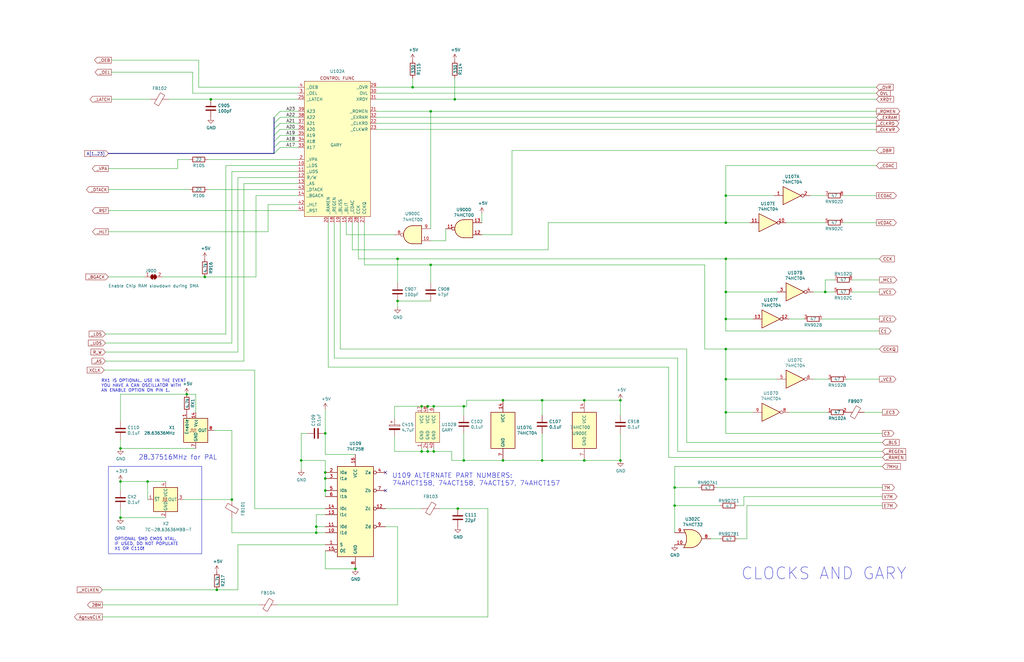
<source format=kicad_sch>
(kicad_sch
	(version 20231120)
	(generator "eeschema")
	(generator_version "8.0")
	(uuid "27531180-4f98-4f0d-a83c-dd7be8abddc2")
	(paper "B")
	(title_block
		(title "Amiga 2000 EATX")
		(date "2023-03-10")
		(rev "3.0")
	)
	
	(junction
		(at 137.16 207.01)
		(diameter 0)
		(color 0 0 0 0)
		(uuid "02dc44b2-f87c-41bb-afe9-150fcb6cef7a")
	)
	(junction
		(at 149.86 240.03)
		(diameter 0)
		(color 0 0 0 0)
		(uuid "10a92d1c-5c14-4a1f-9884-d69c51cbb547")
	)
	(junction
		(at 97.79 210.82)
		(diameter 0)
		(color 0 0 0 0)
		(uuid "154830c5-e31f-4996-ba2f-27a7f4083b78")
	)
	(junction
		(at 261.62 168.91)
		(diameter 0)
		(color 0 0 0 0)
		(uuid "1a60de25-97c1-4807-8209-d2b178f3af8a")
	)
	(junction
		(at 306.07 93.98)
		(diameter 0)
		(color 0 0 0 0)
		(uuid "2dd6cdf6-30a8-42d3-af22-b447296db0f5")
	)
	(junction
		(at 86.36 116.84)
		(diameter 0)
		(color 0 0 0 0)
		(uuid "2e4f670c-73aa-478d-a816-49192a88638b")
	)
	(junction
		(at 181.61 111.76)
		(diameter 0)
		(color 0 0 0 0)
		(uuid "3249acf1-6548-4ddc-8a4f-3bca471a7add")
	)
	(junction
		(at 50.8 218.44)
		(diameter 0)
		(color 0 0 0 0)
		(uuid "3295cd3e-b350-4e0c-bb5c-ad5346021a8a")
	)
	(junction
		(at 306.07 109.22)
		(diameter 0)
		(color 0 0 0 0)
		(uuid "348f17d6-4b21-44c6-bc84-e4133e2e412a")
	)
	(junction
		(at 50.8 203.2)
		(diameter 0)
		(color 0 0 0 0)
		(uuid "41f87808-7736-449c-9b98-2be396803dbb")
	)
	(junction
		(at 306.07 147.32)
		(diameter 0)
		(color 0 0 0 0)
		(uuid "48acc13c-364d-43b6-be63-2802bde0e088")
	)
	(junction
		(at 167.64 109.22)
		(diameter 0)
		(color 0 0 0 0)
		(uuid "50671440-5f9f-4c19-b5b5-6981f4750e7e")
	)
	(junction
		(at 137.16 199.39)
		(diameter 0)
		(color 0 0 0 0)
		(uuid "56d47f91-71aa-4ac6-8a98-868041ee4579")
	)
	(junction
		(at 182.88 171.45)
		(diameter 0)
		(color 0 0 0 0)
		(uuid "5cb49031-6f19-4d06-b985-db38f0457d36")
	)
	(junction
		(at 261.62 194.31)
		(diameter 0)
		(color 0 0 0 0)
		(uuid "5d3356ef-ac63-4bf9-8583-b80569dca4d4")
	)
	(junction
		(at 306.07 123.19)
		(diameter 0)
		(color 0 0 0 0)
		(uuid "6270b415-d1fa-499d-9968-db641df10504")
	)
	(junction
		(at 137.16 201.93)
		(diameter 0)
		(color 0 0 0 0)
		(uuid "63bdfa94-e8c3-483b-b94f-5254de8ef99f")
	)
	(junction
		(at 177.8 190.5)
		(diameter 0)
		(color 0 0 0 0)
		(uuid "65e7f6cb-dcf3-4d5f-af48-4b19d0d41885")
	)
	(junction
		(at 306.07 82.55)
		(diameter 0)
		(color 0 0 0 0)
		(uuid "6f688dc3-c60d-46b6-bd91-0e4e9d00e3c6")
	)
	(junction
		(at 347.98 123.19)
		(diameter 0)
		(color 0 0 0 0)
		(uuid "76d1c3f9-8628-4020-a422-977f66d3e1d3")
	)
	(junction
		(at 212.09 194.31)
		(diameter 0)
		(color 0 0 0 0)
		(uuid "79bc101e-b49c-4264-a7ef-5e1fe350a341")
	)
	(junction
		(at 50.8 189.23)
		(diameter 0)
		(color 0 0 0 0)
		(uuid "7a7f3f98-a5a6-4c1d-b956-196cec03290b")
	)
	(junction
		(at 284.48 205.74)
		(diameter 0)
		(color 0 0 0 0)
		(uuid "7b41454e-86ee-423b-8aa6-f30aaa56637f")
	)
	(junction
		(at 167.64 127)
		(diameter 0)
		(color 0 0 0 0)
		(uuid "7e2ef2eb-18dd-4de5-bf16-3a44368244b6")
	)
	(junction
		(at 180.34 171.45)
		(diameter 0)
		(color 0 0 0 0)
		(uuid "86f4f9d2-a99a-42ff-8b79-4fb05884a8ff")
	)
	(junction
		(at 133.35 224.79)
		(diameter 0)
		(color 0 0 0 0)
		(uuid "8b1be0e1-0a33-438e-9df5-d3a008e561bd")
	)
	(junction
		(at 78.74 166.37)
		(diameter 0)
		(color 0 0 0 0)
		(uuid "8ed7aa5e-23d0-46e1-8e79-63b1046b0be0")
	)
	(junction
		(at 306.07 134.62)
		(diameter 0)
		(color 0 0 0 0)
		(uuid "9676c2df-08f8-4220-8e51-f1bfcce30a47")
	)
	(junction
		(at 212.09 168.91)
		(diameter 0)
		(color 0 0 0 0)
		(uuid "997d86cb-0b13-4171-99b4-670f9d6825a5")
	)
	(junction
		(at 88.9 41.91)
		(diameter 0)
		(color 0 0 0 0)
		(uuid "9a888647-4de7-4b9a-94a9-5c2ea0993deb")
	)
	(junction
		(at 180.34 190.5)
		(diameter 0)
		(color 0 0 0 0)
		(uuid "9c03f9e8-11b3-4c73-98b1-d409e2284ddd")
	)
	(junction
		(at 306.07 173.99)
		(diameter 0)
		(color 0 0 0 0)
		(uuid "9d19a261-e681-4248-b13d-b1c86304fd59")
	)
	(junction
		(at 177.8 171.45)
		(diameter 0)
		(color 0 0 0 0)
		(uuid "9e13916b-aabe-4fb5-a485-99ca6bd616dd")
	)
	(junction
		(at 228.6 194.31)
		(diameter 0)
		(color 0 0 0 0)
		(uuid "a0e222d9-d3c2-41e6-ba2e-b714927ad050")
	)
	(junction
		(at 228.6 168.91)
		(diameter 0)
		(color 0 0 0 0)
		(uuid "a3e33109-f2d0-439b-9a79-cfb97bd2ff09")
	)
	(junction
		(at 137.16 182.88)
		(diameter 0)
		(color 0 0 0 0)
		(uuid "b9ff0f32-b270-4f77-924e-722479405bc3")
	)
	(junction
		(at 191.77 41.91)
		(diameter 0)
		(color 0 0 0 0)
		(uuid "ba1b772a-3a72-43dd-a2cd-27e20494a8ea")
	)
	(junction
		(at 195.58 171.45)
		(diameter 0)
		(color 0 0 0 0)
		(uuid "c75eef2a-e134-413e-a3e4-383c1220b954")
	)
	(junction
		(at 246.38 168.91)
		(diameter 0)
		(color 0 0 0 0)
		(uuid "cb632c2e-e228-45b5-8f39-96c4faa3e8f9")
	)
	(junction
		(at 193.04 214.63)
		(diameter 0)
		(color 0 0 0 0)
		(uuid "cfdf31ca-3043-4e39-938c-70f764f392cd")
	)
	(junction
		(at 182.88 190.5)
		(diameter 0)
		(color 0 0 0 0)
		(uuid "d20d2e65-8ed4-43d6-b4b8-b02e29f74c7b")
	)
	(junction
		(at 91.44 248.92)
		(diameter 0)
		(color 0 0 0 0)
		(uuid "d7c1a0a3-447d-4638-984b-460f32e0639a")
	)
	(junction
		(at 306.07 160.02)
		(diameter 0)
		(color 0 0 0 0)
		(uuid "dbf7694a-bdd2-4c0a-921c-88cb83b417e2")
	)
	(junction
		(at 127 194.31)
		(diameter 0)
		(color 0 0 0 0)
		(uuid "dc4387f2-706c-4671-bf8f-01ce555dc513")
	)
	(junction
		(at 181.61 46.99)
		(diameter 0)
		(color 0 0 0 0)
		(uuid "dd2cbd62-e011-475c-a2df-efc203db04b1")
	)
	(junction
		(at 173.99 36.83)
		(diameter 0)
		(color 0 0 0 0)
		(uuid "ddcf5fbe-6fc9-4dac-b7bb-a8a8e53920c9")
	)
	(junction
		(at 246.38 194.31)
		(diameter 0)
		(color 0 0 0 0)
		(uuid "e1ccd29c-d42b-4984-960b-27a1da3501ec")
	)
	(junction
		(at 284.48 213.36)
		(diameter 0)
		(color 0 0 0 0)
		(uuid "e53b0bb1-96de-43e3-b68c-8f225db60b41")
	)
	(junction
		(at 195.58 194.31)
		(diameter 0)
		(color 0 0 0 0)
		(uuid "f1a40529-bd77-488c-a3cd-cb42044844b1")
	)
	(junction
		(at 62.23 203.2)
		(diameter 0)
		(color 0 0 0 0)
		(uuid "fa818f1f-cde4-428b-ab88-f0486f03ef8f")
	)
	(junction
		(at 133.35 222.25)
		(diameter 0)
		(color 0 0 0 0)
		(uuid "ff4792ac-eda9-412a-b46b-b8b2332db723")
	)
	(no_connect
		(at 162.56 199.39)
		(uuid "370c0ce6-64ae-4783-85f0-1af0c1730bab")
	)
	(no_connect
		(at 162.56 207.01)
		(uuid "eff5a08c-8e4f-421c-8915-aeb7b427288d")
	)
	(bus_entry
		(at 118.11 52.07)
		(size -2.54 2.54)
		(stroke
			(width 0)
			(type default)
		)
		(uuid "12c8934e-4edd-482b-bddc-acb719118baa")
	)
	(bus_entry
		(at 118.11 62.23)
		(size -2.54 2.54)
		(stroke
			(width 0)
			(type default)
		)
		(uuid "66c8440a-59cc-4d48-8a70-e29f4285efed")
	)
	(bus_entry
		(at 118.11 49.53)
		(size -2.54 2.54)
		(stroke
			(width 0)
			(type default)
		)
		(uuid "6b650b7e-6234-485c-bae6-7804a3fba7a1")
	)
	(bus_entry
		(at 118.11 46.99)
		(size -2.54 2.54)
		(stroke
			(width 0)
			(type default)
		)
		(uuid "8ec42887-8c44-49d5-9a11-89a7d6a58d43")
	)
	(bus_entry
		(at 118.11 59.69)
		(size -2.54 2.54)
		(stroke
			(width 0)
			(type default)
		)
		(uuid "c6d4d266-3852-47d4-bbdf-12f54a0bf954")
	)
	(bus_entry
		(at 118.11 57.15)
		(size -2.54 2.54)
		(stroke
			(width 0)
			(type default)
		)
		(uuid "f277dbee-cc81-412c-b79f-745e016dfce7")
	)
	(bus_entry
		(at 118.11 54.61)
		(size -2.54 2.54)
		(stroke
			(width 0)
			(type default)
		)
		(uuid "fdaf8342-46c1-4e00-95e6-635e272c6b59")
	)
	(wire
		(pts
			(xy 125.73 82.55) (xy 107.95 82.55)
		)
		(stroke
			(width 0)
			(type default)
		)
		(uuid "013c03cf-70fc-4ae7-841d-7d0706bfc923")
	)
	(wire
		(pts
			(xy 289.56 186.69) (xy 289.56 147.32)
		)
		(stroke
			(width 0)
			(type default)
		)
		(uuid "013ef5af-9d23-4f66-b6b6-916bb0217361")
	)
	(wire
		(pts
			(xy 138.43 93.98) (xy 138.43 154.94)
		)
		(stroke
			(width 0)
			(type default)
		)
		(uuid "014a58a1-42d3-432d-a45d-a4fc70e12098")
	)
	(wire
		(pts
			(xy 342.9 123.19) (xy 347.98 123.19)
		)
		(stroke
			(width 0)
			(type default)
		)
		(uuid "025831ec-1f51-4152-8888-9450d2f39c92")
	)
	(wire
		(pts
			(xy 331.47 93.98) (xy 347.98 93.98)
		)
		(stroke
			(width 0)
			(type default)
		)
		(uuid "0374dded-c4c3-4935-9f21-05a8446ae01b")
	)
	(wire
		(pts
			(xy 166.37 184.15) (xy 166.37 190.5)
		)
		(stroke
			(width 0)
			(type default)
		)
		(uuid "06d2eaa4-36c5-46c5-9f5c-28bee8950048")
	)
	(polyline
		(pts
			(xy 45.72 196.85) (xy 45.72 233.68)
		)
		(stroke
			(width 0)
			(type default)
		)
		(uuid "088fb0a8-9a19-44ae-a577-169601f893c3")
	)
	(wire
		(pts
			(xy 44.45 152.4) (xy 102.87 152.4)
		)
		(stroke
			(width 0)
			(type default)
		)
		(uuid "0a69ac84-f8d4-445d-98d8-986d1208d3db")
	)
	(wire
		(pts
			(xy 129.54 182.88) (xy 127 182.88)
		)
		(stroke
			(width 0)
			(type default)
		)
		(uuid "0c420f7c-1f08-42be-ba4b-d002126fa9c4")
	)
	(wire
		(pts
			(xy 181.61 127) (xy 167.64 127)
		)
		(stroke
			(width 0)
			(type default)
		)
		(uuid "0c8ed84e-b429-4fb8-a7d1-f89c5cd093cc")
	)
	(wire
		(pts
			(xy 228.6 194.31) (xy 246.38 194.31)
		)
		(stroke
			(width 0)
			(type default)
		)
		(uuid "0dc54f1b-edb2-4fd0-b524-db407452a8c6")
	)
	(polyline
		(pts
			(xy 85.09 233.68) (xy 85.09 196.85)
		)
		(stroke
			(width 0)
			(type default)
		)
		(uuid "0e96eb70-5e53-4f09-bd11-decf20bd750f")
	)
	(wire
		(pts
			(xy 181.61 46.99) (xy 369.57 46.99)
		)
		(stroke
			(width 0)
			(type default)
		)
		(uuid "1017691b-f667-4ab0-b678-5cd88bdb4715")
	)
	(wire
		(pts
			(xy 148.59 105.41) (xy 231.14 105.41)
		)
		(stroke
			(width 0)
			(type default)
		)
		(uuid "11233368-b1a5-4306-8b61-99aa91fee381")
	)
	(wire
		(pts
			(xy 81.28 39.37) (xy 81.28 30.48)
		)
		(stroke
			(width 0)
			(type default)
		)
		(uuid "11d5f559-b4a0-48e5-ba6f-b2eb35abddde")
	)
	(wire
		(pts
			(xy 125.73 72.39) (xy 97.79 72.39)
		)
		(stroke
			(width 0)
			(type default)
		)
		(uuid "13d54a93-e9d1-4a04-82d6-fb7a3aae456f")
	)
	(wire
		(pts
			(xy 173.99 36.83) (xy 369.57 36.83)
		)
		(stroke
			(width 0)
			(type default)
		)
		(uuid "161676c8-837d-4e1d-81f1-e4f5b12d8cbd")
	)
	(wire
		(pts
			(xy 294.64 205.74) (xy 284.48 205.74)
		)
		(stroke
			(width 0)
			(type default)
		)
		(uuid "16d58b64-11f9-4041-8135-13a3762f8d68")
	)
	(wire
		(pts
			(xy 125.73 54.61) (xy 118.11 54.61)
		)
		(stroke
			(width 0)
			(type default)
		)
		(uuid "170a9c70-aaf8-443d-8f50-5836088a7134")
	)
	(wire
		(pts
			(xy 228.6 194.31) (xy 212.09 194.31)
		)
		(stroke
			(width 0)
			(type default)
		)
		(uuid "179471df-b818-446a-bf25-2147667b88df")
	)
	(wire
		(pts
			(xy 125.73 46.99) (xy 118.11 46.99)
		)
		(stroke
			(width 0)
			(type default)
		)
		(uuid "18595c79-80bb-450a-817f-a644334ad1b5")
	)
	(wire
		(pts
			(xy 137.16 214.63) (xy 107.442 214.63)
		)
		(stroke
			(width 0)
			(type default)
		)
		(uuid "19a5b907-46ea-46f9-99fb-0fef925a46e4")
	)
	(wire
		(pts
			(xy 341.63 82.55) (xy 347.98 82.55)
		)
		(stroke
			(width 0)
			(type default)
		)
		(uuid "1a4dc32e-bd1f-42ea-86fe-b68ba18b8e71")
	)
	(wire
		(pts
			(xy 370.84 147.32) (xy 306.07 147.32)
		)
		(stroke
			(width 0)
			(type default)
		)
		(uuid "1ad8db08-9c4f-459f-bf13-1268e248ded7")
	)
	(bus
		(pts
			(xy 115.57 57.15) (xy 115.57 59.69)
		)
		(stroke
			(width 0)
			(type default)
		)
		(uuid "1c5a6d77-13bb-4f33-b05e-f47a9dfb610f")
	)
	(wire
		(pts
			(xy 195.58 171.45) (xy 196.85 171.45)
		)
		(stroke
			(width 0)
			(type default)
		)
		(uuid "1cf60b0e-2c9f-42e4-8fcf-6dd11bfe6241")
	)
	(wire
		(pts
			(xy 306.07 123.19) (xy 306.07 134.62)
		)
		(stroke
			(width 0)
			(type default)
		)
		(uuid "1d0ebe17-e18c-4e78-8e6e-28ab886954f0")
	)
	(wire
		(pts
			(xy 195.58 175.26) (xy 195.58 171.45)
		)
		(stroke
			(width 0)
			(type default)
		)
		(uuid "1d66f60f-b594-444d-b835-65cb17460075")
	)
	(wire
		(pts
			(xy 281.94 193.04) (xy 281.94 154.94)
		)
		(stroke
			(width 0)
			(type default)
		)
		(uuid "1d965eca-f53c-40eb-ba90-bce63846db2a")
	)
	(wire
		(pts
			(xy 125.73 59.69) (xy 118.11 59.69)
		)
		(stroke
			(width 0)
			(type default)
		)
		(uuid "1fd0a48c-8ab0-4d3f-9b8f-fd0bd7a87b59")
	)
	(wire
		(pts
			(xy 347.98 123.19) (xy 351.79 123.19)
		)
		(stroke
			(width 0)
			(type default)
		)
		(uuid "1fe38a22-4687-475a-bd79-49bd549aaaaf")
	)
	(wire
		(pts
			(xy 143.51 93.98) (xy 143.51 147.32)
		)
		(stroke
			(width 0)
			(type default)
		)
		(uuid "226bbda3-6a45-4cf8-8de5-7a21a767caf5")
	)
	(wire
		(pts
			(xy 195.58 194.31) (xy 212.09 194.31)
		)
		(stroke
			(width 0)
			(type default)
		)
		(uuid "23ddbcdd-90e9-48a1-bbad-d4f234a331c8")
	)
	(wire
		(pts
			(xy 306.07 160.02) (xy 327.66 160.02)
		)
		(stroke
			(width 0)
			(type default)
		)
		(uuid "249385e2-c815-486e-8e2f-21fbc22529b5")
	)
	(wire
		(pts
			(xy 181.61 119.38) (xy 181.61 111.76)
		)
		(stroke
			(width 0)
			(type default)
		)
		(uuid "24dc2ad6-91da-4039-9816-82aca1dc3033")
	)
	(wire
		(pts
			(xy 87.63 67.31) (xy 125.73 67.31)
		)
		(stroke
			(width 0)
			(type default)
		)
		(uuid "281b6289-519b-4be8-8840-aa27cd242f64")
	)
	(wire
		(pts
			(xy 356.87 160.02) (xy 370.84 160.02)
		)
		(stroke
			(width 0)
			(type default)
		)
		(uuid "2972da66-85f3-4938-b6ec-3889c6dd9308")
	)
	(wire
		(pts
			(xy 137.16 209.55) (xy 137.16 207.01)
		)
		(stroke
			(width 0)
			(type default)
		)
		(uuid "2a4e38e7-99d6-4ae3-a448-d60a472bdfc1")
	)
	(wire
		(pts
			(xy 127 198.12) (xy 127 194.31)
		)
		(stroke
			(width 0)
			(type default)
		)
		(uuid "2b5dda4d-b480-4cf4-be3d-2d5cfcf7797b")
	)
	(wire
		(pts
			(xy 196.85 171.45) (xy 196.85 168.91)
		)
		(stroke
			(width 0)
			(type default)
		)
		(uuid "2c9fc642-3d47-4465-ac10-c382d577cf30")
	)
	(wire
		(pts
			(xy 182.88 171.45) (xy 195.58 171.45)
		)
		(stroke
			(width 0)
			(type default)
		)
		(uuid "2d3e3e0d-5b45-4727-9b26-5de55874ed21")
	)
	(wire
		(pts
			(xy 45.72 97.79) (xy 113.03 97.79)
		)
		(stroke
			(width 0)
			(type default)
		)
		(uuid "2d4120cc-8961-4890-812e-045285d4a2de")
	)
	(wire
		(pts
			(xy 187.96 101.6) (xy 187.96 96.52)
		)
		(stroke
			(width 0)
			(type default)
		)
		(uuid "2e2c6959-c3b8-4dee-b968-144c06dee158")
	)
	(wire
		(pts
			(xy 196.85 168.91) (xy 212.09 168.91)
		)
		(stroke
			(width 0)
			(type default)
		)
		(uuid "31384acc-3e03-41e4-bb86-38f7110f753e")
	)
	(wire
		(pts
			(xy 107.442 214.63) (xy 107.442 156.21)
		)
		(stroke
			(width 0)
			(type default)
		)
		(uuid "3143e4ce-2269-4dc0-8689-30e44b582ef1")
	)
	(wire
		(pts
			(xy 306.07 82.55) (xy 326.39 82.55)
		)
		(stroke
			(width 0)
			(type default)
		)
		(uuid "314cbe59-255f-4de4-973e-7869330507d3")
	)
	(wire
		(pts
			(xy 177.8 190.5) (xy 166.37 190.5)
		)
		(stroke
			(width 0)
			(type default)
		)
		(uuid "322a5793-46d6-4d3a-99b9-2c649b3138c8")
	)
	(wire
		(pts
			(xy 133.35 224.79) (xy 97.79 224.79)
		)
		(stroke
			(width 0)
			(type default)
		)
		(uuid "325b613a-3cef-446b-8a10-55aa7c748d20")
	)
	(wire
		(pts
			(xy 228.6 168.91) (xy 246.38 168.91)
		)
		(stroke
			(width 0)
			(type default)
		)
		(uuid "353d656f-b68b-4aee-ada7-9dc7eab9c219")
	)
	(wire
		(pts
			(xy 133.35 224.79) (xy 133.35 222.25)
		)
		(stroke
			(width 0)
			(type default)
		)
		(uuid "3594b444-bf43-419f-8907-d491e9361f37")
	)
	(wire
		(pts
			(xy 44.45 140.97) (xy 95.25 140.97)
		)
		(stroke
			(width 0)
			(type default)
		)
		(uuid "36f2fd0b-e4fa-4d23-a9ee-467560eac35e")
	)
	(wire
		(pts
			(xy 125.73 86.36) (xy 113.03 86.36)
		)
		(stroke
			(width 0)
			(type default)
		)
		(uuid "3a6b42b9-206a-4f1f-b1c4-7cb7c34517dc")
	)
	(wire
		(pts
			(xy 306.07 182.88) (xy 372.11 182.88)
		)
		(stroke
			(width 0)
			(type default)
		)
		(uuid "3c105582-726e-451d-8b14-bdce8a3b79c9")
	)
	(wire
		(pts
			(xy 158.75 46.99) (xy 181.61 46.99)
		)
		(stroke
			(width 0)
			(type default)
		)
		(uuid "3c71fe80-256b-4274-ab0f-39bb82011b6e")
	)
	(wire
		(pts
			(xy 167.64 222.25) (xy 167.64 255.27)
		)
		(stroke
			(width 0)
			(type default)
		)
		(uuid "3d33a7f8-58ee-421d-a901-a885b87bea8a")
	)
	(wire
		(pts
			(xy 215.9 63.5) (xy 215.9 99.06)
		)
		(stroke
			(width 0)
			(type default)
		)
		(uuid "3d72794f-f555-40b1-ae14-eb7fe30c5dd0")
	)
	(wire
		(pts
			(xy 137.16 222.25) (xy 133.35 222.25)
		)
		(stroke
			(width 0)
			(type default)
		)
		(uuid "3f926765-3c6a-4eda-8b02-f103d98447e5")
	)
	(wire
		(pts
			(xy 125.73 41.91) (xy 88.9 41.91)
		)
		(stroke
			(width 0)
			(type default)
		)
		(uuid "41c25ec8-3ec2-4676-8742-21c412c2bbb1")
	)
	(wire
		(pts
			(xy 246.38 194.31) (xy 261.62 194.31)
		)
		(stroke
			(width 0)
			(type default)
		)
		(uuid "426de487-9cb9-44b5-b7a9-22d3c50837d5")
	)
	(wire
		(pts
			(xy 342.9 160.02) (xy 349.25 160.02)
		)
		(stroke
			(width 0)
			(type default)
		)
		(uuid "42c8a016-f53c-4599-a8cf-7cc141f2c451")
	)
	(wire
		(pts
			(xy 369.57 63.5) (xy 215.9 63.5)
		)
		(stroke
			(width 0)
			(type default)
		)
		(uuid "4394ca97-2852-4143-8c03-93d31e222c8e")
	)
	(wire
		(pts
			(xy 182.88 189.23) (xy 182.88 190.5)
		)
		(stroke
			(width 0)
			(type default)
		)
		(uuid "443979ac-4e57-4258-b180-9355fab0bfe1")
	)
	(wire
		(pts
			(xy 97.79 218.44) (xy 97.79 224.79)
		)
		(stroke
			(width 0)
			(type default)
		)
		(uuid "44c4ea41-6ea7-499c-a0ba-8e7a557b9149")
	)
	(wire
		(pts
			(xy 44.45 144.78) (xy 97.79 144.78)
		)
		(stroke
			(width 0)
			(type default)
		)
		(uuid "44c632ac-2949-4533-94f5-8273703f72fa")
	)
	(wire
		(pts
			(xy 78.74 166.37) (xy 50.8 166.37)
		)
		(stroke
			(width 0)
			(type default)
		)
		(uuid "46442484-20f2-40de-8f13-66a470ce05af")
	)
	(wire
		(pts
			(xy 369.57 49.53) (xy 158.75 49.53)
		)
		(stroke
			(width 0)
			(type default)
		)
		(uuid "46a663b6-40b5-4762-abe6-32bb84abd3a7")
	)
	(wire
		(pts
			(xy 284.48 213.36) (xy 303.53 213.36)
		)
		(stroke
			(width 0)
			(type default)
		)
		(uuid "47cc1e8c-4976-40a3-8709-e13fa5f55b87")
	)
	(wire
		(pts
			(xy 137.16 199.39) (xy 137.16 194.31)
		)
		(stroke
			(width 0)
			(type default)
		)
		(uuid "47d1760e-9dd1-404c-9838-ddd63c35be3b")
	)
	(wire
		(pts
			(xy 125.73 74.93) (xy 100.33 74.93)
		)
		(stroke
			(width 0)
			(type default)
		)
		(uuid "481336ed-0540-4738-9ad6-e80530e73037")
	)
	(wire
		(pts
			(xy 166.37 171.45) (xy 177.8 171.45)
		)
		(stroke
			(width 0)
			(type default)
		)
		(uuid "48baf64b-99c4-4adc-89a3-bc0b5b744b25")
	)
	(wire
		(pts
			(xy 359.41 123.19) (xy 370.84 123.19)
		)
		(stroke
			(width 0)
			(type default)
		)
		(uuid "49ec369b-3d8f-4a45-918b-42ba9aa01fa8")
	)
	(wire
		(pts
			(xy 107.95 116.84) (xy 86.36 116.84)
		)
		(stroke
			(width 0)
			(type default)
		)
		(uuid "4a59c906-e3e4-430f-961b-8553e8f89fb3")
	)
	(bus
		(pts
			(xy 115.57 62.23) (xy 115.57 64.77)
		)
		(stroke
			(width 0)
			(type default)
		)
		(uuid "4cc1d4af-8f63-468f-b654-d21620138431")
	)
	(wire
		(pts
			(xy 228.6 175.26) (xy 228.6 168.91)
		)
		(stroke
			(width 0)
			(type default)
		)
		(uuid "4ddb600c-4ed3-4a8b-aff7-bc8cbda3a836")
	)
	(wire
		(pts
			(xy 313.69 213.36) (xy 311.15 213.36)
		)
		(stroke
			(width 0)
			(type default)
		)
		(uuid "4e3c48c1-b3fa-41f5-a45f-f9cdcea89906")
	)
	(wire
		(pts
			(xy 369.57 39.37) (xy 158.75 39.37)
		)
		(stroke
			(width 0)
			(type default)
		)
		(uuid "4e80bf57-3d77-4ba3-b092-a8831f72cd38")
	)
	(wire
		(pts
			(xy 97.79 72.39) (xy 97.79 144.78)
		)
		(stroke
			(width 0)
			(type default)
		)
		(uuid "4fe01a0d-70ea-42d5-9f8e-fdaf46b482ea")
	)
	(wire
		(pts
			(xy 162.56 222.25) (xy 167.64 222.25)
		)
		(stroke
			(width 0)
			(type default)
		)
		(uuid "4fe79004-ad30-4ffb-873f-26979ed3ddde")
	)
	(wire
		(pts
			(xy 314.96 213.36) (xy 314.96 227.33)
		)
		(stroke
			(width 0)
			(type default)
		)
		(uuid "534af078-d64f-4a23-882a-4c6fa7e3f7f8")
	)
	(wire
		(pts
			(xy 148.59 93.98) (xy 148.59 105.41)
		)
		(stroke
			(width 0)
			(type default)
		)
		(uuid "53876a46-4f91-4f09-b31c-39f88b6bd350")
	)
	(wire
		(pts
			(xy 109.22 255.27) (xy 43.18 255.27)
		)
		(stroke
			(width 0)
			(type default)
		)
		(uuid "54bf1891-f0ba-41e0-8509-e2cbed11a47e")
	)
	(wire
		(pts
			(xy 125.73 77.47) (xy 102.87 77.47)
		)
		(stroke
			(width 0)
			(type default)
		)
		(uuid "55f279b1-a61f-4cca-bf60-f26a312383c0")
	)
	(wire
		(pts
			(xy 195.58 182.88) (xy 195.58 194.31)
		)
		(stroke
			(width 0)
			(type default)
		)
		(uuid "56687ae6-7014-4b67-9ab6-7ae1efd763f3")
	)
	(wire
		(pts
			(xy 137.16 182.88) (xy 137.16 172.72)
		)
		(stroke
			(width 0)
			(type default)
		)
		(uuid "5bd96147-81c2-45ae-b1ac-85f0851f31a2")
	)
	(wire
		(pts
			(xy 153.67 93.98) (xy 153.67 111.76)
		)
		(stroke
			(width 0)
			(type default)
		)
		(uuid "5daf4bf2-2e47-4a02-828b-f906dd3a15bb")
	)
	(wire
		(pts
			(xy 100.33 248.92) (xy 91.44 248.92)
		)
		(stroke
			(width 0)
			(type default)
		)
		(uuid "6020e06c-8749-4db1-bdd7-5bc0d678f44f")
	)
	(bus
		(pts
			(xy 115.57 64.77) (xy 45.72 64.77)
		)
		(stroke
			(width 0)
			(type default)
		)
		(uuid "610f46a0-f484-4518-bef7-e617fbe6f498")
	)
	(wire
		(pts
			(xy 285.75 190.5) (xy 285.75 151.13)
		)
		(stroke
			(width 0)
			(type default)
		)
		(uuid "62e15158-8fa9-4ddc-8641-c7afffab500d")
	)
	(wire
		(pts
			(xy 203.2 99.06) (xy 215.9 99.06)
		)
		(stroke
			(width 0)
			(type default)
		)
		(uuid "643bd866-91e8-4251-b2a9-db23244df85d")
	)
	(wire
		(pts
			(xy 127 182.88) (xy 127 194.31)
		)
		(stroke
			(width 0)
			(type default)
		)
		(uuid "64c2dedc-fff9-4f4d-b307-033ced6afec3")
	)
	(wire
		(pts
			(xy 246.38 168.91) (xy 261.62 168.91)
		)
		(stroke
			(width 0)
			(type default)
		)
		(uuid "655a3468-3bf5-45e2-9663-177fb89fd630")
	)
	(wire
		(pts
			(xy 83.82 25.4) (xy 46.99 25.4)
		)
		(stroke
			(width 0)
			(type default)
		)
		(uuid "6580735b-e534-4a06-b5fb-68a9e92997fb")
	)
	(wire
		(pts
			(xy 180.34 189.23) (xy 180.34 190.5)
		)
		(stroke
			(width 0)
			(type default)
		)
		(uuid "662183bd-e351-42ed-b147-c690e4c872d7")
	)
	(wire
		(pts
			(xy 107.442 156.21) (xy 43.942 156.21)
		)
		(stroke
			(width 0)
			(type default)
		)
		(uuid "672039eb-5d01-488d-bc41-b147a257e3fb")
	)
	(wire
		(pts
			(xy 113.03 86.36) (xy 113.03 97.79)
		)
		(stroke
			(width 0)
			(type default)
		)
		(uuid "6722eb0f-5653-4cf8-afe9-6bd71743a260")
	)
	(wire
		(pts
			(xy 90.17 181.61) (xy 97.79 181.61)
		)
		(stroke
			(width 0)
			(type default)
		)
		(uuid "682581ab-8f22-4767-bad8-e84c40c89e7f")
	)
	(wire
		(pts
			(xy 151.13 109.22) (xy 167.64 109.22)
		)
		(stroke
			(width 0)
			(type default)
		)
		(uuid "6935fb5b-aa1c-4a1c-9a3b-245e8cc1590d")
	)
	(bus
		(pts
			(xy 115.57 52.07) (xy 115.57 54.61)
		)
		(stroke
			(width 0)
			(type default)
		)
		(uuid "6a0889a8-bac7-4106-b6e9-b27ca6bb28c6")
	)
	(wire
		(pts
			(xy 137.16 207.01) (xy 137.16 201.93)
		)
		(stroke
			(width 0)
			(type default)
		)
		(uuid "6a8b7e4f-07c0-45bb-8b0e-f4a95b04c63a")
	)
	(wire
		(pts
			(xy 82.55 189.23) (xy 50.8 189.23)
		)
		(stroke
			(width 0)
			(type default)
		)
		(uuid "6acdc7c5-2b77-4be0-a61b-22ce72f2cfe1")
	)
	(wire
		(pts
			(xy 146.05 93.98) (xy 146.05 99.06)
		)
		(stroke
			(width 0)
			(type default)
		)
		(uuid "6ad3b56a-355b-4b66-8604-ae835cff4f59")
	)
	(wire
		(pts
			(xy 81.28 30.48) (xy 46.99 30.48)
		)
		(stroke
			(width 0)
			(type default)
		)
		(uuid "6e72ee24-c589-499e-b9a5-000411d3d6ec")
	)
	(wire
		(pts
			(xy 297.18 111.76) (xy 297.18 147.32)
		)
		(stroke
			(width 0)
			(type default)
		)
		(uuid "6ee851f7-3a6e-486e-b5f2-09e876b3b970")
	)
	(wire
		(pts
			(xy 369.57 69.85) (xy 306.07 69.85)
		)
		(stroke
			(width 0)
			(type default)
		)
		(uuid "6fbbc798-906c-4df6-b298-0d2c4ef3ffdf")
	)
	(wire
		(pts
			(xy 143.51 147.32) (xy 289.56 147.32)
		)
		(stroke
			(width 0)
			(type default)
		)
		(uuid "701b3bbe-4437-46a0-88ee-ab7aa5e10d22")
	)
	(wire
		(pts
			(xy 50.8 203.2) (xy 50.8 207.01)
		)
		(stroke
			(width 0)
			(type default)
		)
		(uuid "702104c0-7f0c-4bdd-9521-1b27431d513f")
	)
	(wire
		(pts
			(xy 45.72 88.9) (xy 125.73 88.9)
		)
		(stroke
			(width 0)
			(type default)
		)
		(uuid "70304fd4-eb17-4ceb-80a1-1b4762b65872")
	)
	(wire
		(pts
			(xy 149.86 240.03) (xy 137.16 240.03)
		)
		(stroke
			(width 0)
			(type default)
		)
		(uuid "7306e1cc-c3bc-4072-981b-8bf2f4f99fa0")
	)
	(wire
		(pts
			(xy 137.16 191.77) (xy 149.86 191.77)
		)
		(stroke
			(width 0)
			(type default)
		)
		(uuid "73e5f144-aa70-4041-af0b-7bbe92cf0722")
	)
	(wire
		(pts
			(xy 107.95 82.55) (xy 107.95 116.84)
		)
		(stroke
			(width 0)
			(type default)
		)
		(uuid "74c5bd9a-db0d-4023-b27a-9359fab56f27")
	)
	(wire
		(pts
			(xy 364.49 173.99) (xy 372.11 173.99)
		)
		(stroke
			(width 0)
			(type default)
		)
		(uuid "758f0fca-ca1f-4180-b394-62b794d6d3fc")
	)
	(wire
		(pts
			(xy 177.8 171.45) (xy 180.34 171.45)
		)
		(stroke
			(width 0)
			(type default)
		)
		(uuid "75ec048e-dc44-427f-a517-2588dbaf8109")
	)
	(wire
		(pts
			(xy 284.48 224.79) (xy 284.48 213.36)
		)
		(stroke
			(width 0)
			(type default)
		)
		(uuid "78ac3a88-5f19-4ad7-9661-af26b84ec1f2")
	)
	(wire
		(pts
			(xy 125.73 69.85) (xy 95.25 69.85)
		)
		(stroke
			(width 0)
			(type default)
		)
		(uuid "79b045c8-fe57-4717-8048-8a19d2499440")
	)
	(wire
		(pts
			(xy 153.67 111.76) (xy 181.61 111.76)
		)
		(stroke
			(width 0)
			(type default)
		)
		(uuid "79e3ef91-41a8-4f30-949a-36e0af59a4ac")
	)
	(wire
		(pts
			(xy 137.16 194.31) (xy 127 194.31)
		)
		(stroke
			(width 0)
			(type default)
		)
		(uuid "7be57fc9-4921-40ce-ab7b-67bffde2e7f9")
	)
	(wire
		(pts
			(xy 62.23 210.82) (xy 62.23 203.2)
		)
		(stroke
			(width 0)
			(type default)
		)
		(uuid "7cbdad1d-1b47-472a-b2f9-1e8d39d938ad")
	)
	(wire
		(pts
			(xy 372.11 186.69) (xy 289.56 186.69)
		)
		(stroke
			(width 0)
			(type default)
		)
		(uuid "7ce586c3-6cfa-4169-9b69-07b354626a35")
	)
	(wire
		(pts
			(xy 167.64 119.38) (xy 167.64 109.22)
		)
		(stroke
			(width 0)
			(type default)
		)
		(uuid "7d49f22b-7a58-4860-bf12-df2b7bdd771a")
	)
	(wire
		(pts
			(xy 317.5 134.62) (xy 306.07 134.62)
		)
		(stroke
			(width 0)
			(type default)
		)
		(uuid "7e806b78-bb4b-4ba8-95e1-84755c93a8cc")
	)
	(wire
		(pts
			(xy 369.57 54.61) (xy 158.75 54.61)
		)
		(stroke
			(width 0)
			(type default)
		)
		(uuid "7f5b004f-1131-4aba-b4e9-576b784e9446")
	)
	(wire
		(pts
			(xy 306.07 160.02) (xy 306.07 173.99)
		)
		(stroke
			(width 0)
			(type default)
		)
		(uuid "7fedd5bc-825c-4173-94f9-3313455026c5")
	)
	(wire
		(pts
			(xy 346.71 134.62) (xy 370.84 134.62)
		)
		(stroke
			(width 0)
			(type default)
		)
		(uuid "8349ba54-ad5f-4336-aaa2-c500734cf1a5")
	)
	(wire
		(pts
			(xy 327.66 123.19) (xy 306.07 123.19)
		)
		(stroke
			(width 0)
			(type default)
		)
		(uuid "83dd2fee-9cc4-4dbe-8e5f-13e1775c30a3")
	)
	(wire
		(pts
			(xy 80.01 67.31) (xy 74.93 67.31)
		)
		(stroke
			(width 0)
			(type default)
		)
		(uuid "83f41f71-b6d3-4c90-8a9b-3c4b934d7453")
	)
	(wire
		(pts
			(xy 306.07 173.99) (xy 306.07 182.88)
		)
		(stroke
			(width 0)
			(type default)
		)
		(uuid "85a32602-a4eb-4a8e-9d3f-90e3f37e8487")
	)
	(wire
		(pts
			(xy 284.48 205.74) (xy 284.48 213.36)
		)
		(stroke
			(width 0)
			(type default)
		)
		(uuid "89c4fd1b-5d8c-484b-957d-5dfe8d21d928")
	)
	(wire
		(pts
			(xy 372.11 190.5) (xy 285.75 190.5)
		)
		(stroke
			(width 0)
			(type default)
		)
		(uuid "89e3bcaa-74bc-4165-b9ef-916617abc208")
	)
	(wire
		(pts
			(xy 355.6 82.55) (xy 369.57 82.55)
		)
		(stroke
			(width 0)
			(type default)
		)
		(uuid "8a72669b-7d24-477d-b5cc-f01369c416a8")
	)
	(wire
		(pts
			(xy 95.25 69.85) (xy 95.25 140.97)
		)
		(stroke
			(width 0)
			(type default)
		)
		(uuid "8ad3a845-1960-423f-ab4e-e1cbe4453ede")
	)
	(wire
		(pts
			(xy 355.6 93.98) (xy 369.57 93.98)
		)
		(stroke
			(width 0)
			(type default)
		)
		(uuid "8baf2a79-b9bb-42c8-b3e2-f00f95e1b115")
	)
	(wire
		(pts
			(xy 372.11 209.55) (xy 313.69 209.55)
		)
		(stroke
			(width 0)
			(type default)
		)
		(uuid "8bf9be38-b4f5-45ec-8316-a9d4df7159b9")
	)
	(wire
		(pts
			(xy 347.98 118.11) (xy 351.79 118.11)
		)
		(stroke
			(width 0)
			(type default)
		)
		(uuid "8cb6935c-a336-4073-8a5a-6123a414ef42")
	)
	(wire
		(pts
			(xy 100.33 229.87) (xy 100.33 248.92)
		)
		(stroke
			(width 0)
			(type default)
		)
		(uuid "8d5d1b69-251c-46e9-b8b0-ed076175008a")
	)
	(wire
		(pts
			(xy 91.44 248.92) (xy 43.18 248.92)
		)
		(stroke
			(width 0)
			(type default)
		)
		(uuid "8e16df64-8ca7-4805-a1c6-ddc120d91a9c")
	)
	(wire
		(pts
			(xy 306.07 147.32) (xy 306.07 160.02)
		)
		(stroke
			(width 0)
			(type default)
		)
		(uuid "8f873593-f7a9-4256-9752-99ef370e5aa5")
	)
	(wire
		(pts
			(xy 86.36 116.84) (xy 68.58 116.84)
		)
		(stroke
			(width 0)
			(type default)
		)
		(uuid "8fc1068f-3133-4003-a6cf-731cec698d68")
	)
	(wire
		(pts
			(xy 166.37 176.53) (xy 166.37 171.45)
		)
		(stroke
			(width 0)
			(type default)
		)
		(uuid "916386dd-39f6-496c-9c0b-f08d1a1d5735")
	)
	(wire
		(pts
			(xy 146.05 99.06) (xy 166.37 99.06)
		)
		(stroke
			(width 0)
			(type default)
		)
		(uuid "91d728b6-80dd-47ab-aafe-80d8a56414bd")
	)
	(wire
		(pts
			(xy 167.64 255.27) (xy 116.84 255.27)
		)
		(stroke
			(width 0)
			(type default)
		)
		(uuid "9286b691-e617-438a-b091-d38a8ffb9238")
	)
	(wire
		(pts
			(xy 261.62 168.91) (xy 261.62 175.26)
		)
		(stroke
			(width 0)
			(type default)
		)
		(uuid "935c969b-02cb-45b4-93f0-b877c31b9675")
	)
	(wire
		(pts
			(xy 138.43 154.94) (xy 281.94 154.94)
		)
		(stroke
			(width 0)
			(type default)
		)
		(uuid "959d3d92-d1f4-48cf-a670-23447f133f01")
	)
	(wire
		(pts
			(xy 137.16 240.03) (xy 137.16 232.41)
		)
		(stroke
			(width 0)
			(type default)
		)
		(uuid "963abdc8-bb56-4f55-9578-3c1bef3e7c5d")
	)
	(wire
		(pts
			(xy 137.16 229.87) (xy 100.33 229.87)
		)
		(stroke
			(width 0)
			(type default)
		)
		(uuid "99ad977a-a50b-4708-aee6-fb0106d4ba69")
	)
	(wire
		(pts
			(xy 306.07 134.62) (xy 306.07 139.7)
		)
		(stroke
			(width 0)
			(type default)
		)
		(uuid "99cd81c7-21a7-4c4b-9428-2d911c5ddc44")
	)
	(wire
		(pts
			(xy 181.61 96.52) (xy 181.61 46.99)
		)
		(stroke
			(width 0)
			(type default)
		)
		(uuid "9a8afbde-0f57-49fa-9475-f017588a6423")
	)
	(wire
		(pts
			(xy 190.5 190.5) (xy 182.88 190.5)
		)
		(stroke
			(width 0)
			(type default)
		)
		(uuid "9c9f3978-1c2a-4d96-9c42-bec308be69ee")
	)
	(wire
		(pts
			(xy 302.26 205.74) (xy 372.11 205.74)
		)
		(stroke
			(width 0)
			(type default)
		)
		(uuid "9caf2f57-08e7-4b4c-9591-fc12c4ba3cc2")
	)
	(wire
		(pts
			(xy 125.73 52.07) (xy 118.11 52.07)
		)
		(stroke
			(width 0)
			(type default)
		)
		(uuid "9d484f35-6cb5-4b0d-966f-0277c21a2086")
	)
	(bus
		(pts
			(xy 115.57 54.61) (xy 115.57 57.15)
		)
		(stroke
			(width 0)
			(type default)
		)
		(uuid "9dcea516-2b9d-4ca1-9a37-828637af9e51")
	)
	(wire
		(pts
			(xy 43.18 260.35) (xy 205.74 260.35)
		)
		(stroke
			(width 0)
			(type default)
		)
		(uuid "a0770b9e-7e38-4a54-8230-94c40d06a8c0")
	)
	(wire
		(pts
			(xy 44.45 148.59) (xy 100.33 148.59)
		)
		(stroke
			(width 0)
			(type default)
		)
		(uuid "a31df30b-6c7c-4987-9585-5cdbb7ba7fea")
	)
	(wire
		(pts
			(xy 137.16 182.88) (xy 137.16 191.77)
		)
		(stroke
			(width 0)
			(type default)
		)
		(uuid "a37440ad-9303-4625-b897-2ab2c9214c6c")
	)
	(polyline
		(pts
			(xy 85.09 196.85) (xy 45.72 196.85)
		)
		(stroke
			(width 0)
			(type default)
		)
		(uuid "a391dba4-7745-4b7e-932f-00b65a582cf9")
	)
	(wire
		(pts
			(xy 228.6 182.88) (xy 228.6 194.31)
		)
		(stroke
			(width 0)
			(type default)
		)
		(uuid "a4d911ef-6619-489d-8578-dc32522d27f1")
	)
	(wire
		(pts
			(xy 151.13 93.98) (xy 151.13 109.22)
		)
		(stroke
			(width 0)
			(type default)
		)
		(uuid "a5f80d25-3f79-4071-9b39-b21577638afa")
	)
	(wire
		(pts
			(xy 212.09 168.91) (xy 228.6 168.91)
		)
		(stroke
			(width 0)
			(type default)
		)
		(uuid "a6b68d08-f98c-4176-8e3d-53357cd4e7d7")
	)
	(wire
		(pts
			(xy 173.99 33.02) (xy 173.99 36.83)
		)
		(stroke
			(width 0)
			(type default)
		)
		(uuid "a799a484-ef97-486e-a869-4ea129f6c91e")
	)
	(wire
		(pts
			(xy 133.35 222.25) (xy 133.35 217.17)
		)
		(stroke
			(width 0)
			(type default)
		)
		(uuid "a828849f-ceff-4dbc-927e-194831e09410")
	)
	(wire
		(pts
			(xy 140.97 151.13) (xy 285.75 151.13)
		)
		(stroke
			(width 0)
			(type default)
		)
		(uuid "a87843d4-ad44-41d7-94f0-c7fb0c00d948")
	)
	(wire
		(pts
			(xy 74.93 71.12) (xy 74.93 67.31)
		)
		(stroke
			(width 0)
			(type default)
		)
		(uuid "ab6a46f6-2224-46a2-ba96-f6deb438d3e3")
	)
	(wire
		(pts
			(xy 125.73 80.01) (xy 87.63 80.01)
		)
		(stroke
			(width 0)
			(type default)
		)
		(uuid "abf50f3b-06ca-49ed-88b9-35ca0d9ad8a2")
	)
	(wire
		(pts
			(xy 77.47 210.82) (xy 97.79 210.82)
		)
		(stroke
			(width 0)
			(type default)
		)
		(uuid "ac02fe7d-9d3a-4937-b2b1-b66289e95ed9")
	)
	(wire
		(pts
			(xy 261.62 182.88) (xy 261.62 194.31)
		)
		(stroke
			(width 0)
			(type default)
		)
		(uuid "ac3b8245-fd4d-4918-9501-50eac590de57")
	)
	(wire
		(pts
			(xy 332.74 134.62) (xy 339.09 134.62)
		)
		(stroke
			(width 0)
			(type default)
		)
		(uuid "ace3c260-addb-4873-972c-0bf6a09d792d")
	)
	(wire
		(pts
			(xy 62.23 203.2) (xy 50.8 203.2)
		)
		(stroke
			(width 0)
			(type default)
		)
		(uuid "afaa1d04-4979-4f9a-8c82-77b95fbb3cdd")
	)
	(wire
		(pts
			(xy 297.18 147.32) (xy 306.07 147.32)
		)
		(stroke
			(width 0)
			(type default)
		)
		(uuid "b05622ba-163b-4afc-a99d-8befd062477e")
	)
	(wire
		(pts
			(xy 158.75 41.91) (xy 191.77 41.91)
		)
		(stroke
			(width 0)
			(type default)
		)
		(uuid "b09db655-5a09-4acc-9fcc-bb359ab30d12")
	)
	(wire
		(pts
			(xy 372.11 213.36) (xy 314.96 213.36)
		)
		(stroke
			(width 0)
			(type default)
		)
		(uuid "b9144ec2-612c-4759-80c2-6d8c47458717")
	)
	(wire
		(pts
			(xy 181.61 111.76) (xy 297.18 111.76)
		)
		(stroke
			(width 0)
			(type default)
		)
		(uuid "ba1a1b89-5545-4b64-a2cc-f093a5ba3edd")
	)
	(wire
		(pts
			(xy 167.64 127) (xy 167.64 129.54)
		)
		(stroke
			(width 0)
			(type default)
		)
		(uuid "bcefb8d8-fa47-4227-ab52-112f151a3f18")
	)
	(wire
		(pts
			(xy 306.07 139.7) (xy 370.84 139.7)
		)
		(stroke
			(width 0)
			(type default)
		)
		(uuid "bd1a9ff2-0d1b-4991-b371-af28f62ff82d")
	)
	(wire
		(pts
			(xy 82.55 166.37) (xy 82.55 173.99)
		)
		(stroke
			(width 0)
			(type default)
		)
		(uuid "bd6d1130-83f1-4ab6-8397-6ae12aec36df")
	)
	(wire
		(pts
			(xy 125.73 57.15) (xy 118.11 57.15)
		)
		(stroke
			(width 0)
			(type default)
		)
		(uuid "c17e43b7-12af-48dd-8d6b-90292eb928cb")
	)
	(wire
		(pts
			(xy 299.72 227.33) (xy 303.53 227.33)
		)
		(stroke
			(width 0)
			(type default)
		)
		(uuid "c1a0fa72-42dc-4545-9559-5f5ee847e588")
	)
	(wire
		(pts
			(xy 203.2 90.17) (xy 203.2 93.98)
		)
		(stroke
			(width 0)
			(type default)
		)
		(uuid "c3217569-c7c0-409f-b785-e3f8eb21a525")
	)
	(wire
		(pts
			(xy 317.5 173.99) (xy 306.07 173.99)
		)
		(stroke
			(width 0)
			(type default)
		)
		(uuid "c3c0b50e-443b-4357-a1ce-f47bc3a57449")
	)
	(wire
		(pts
			(xy 88.9 41.91) (xy 71.12 41.91)
		)
		(stroke
			(width 0)
			(type default)
		)
		(uuid "c4e89833-4376-4d27-af1b-ca9e3b41229f")
	)
	(wire
		(pts
			(xy 306.07 93.98) (xy 306.07 82.55)
		)
		(stroke
			(width 0)
			(type default)
		)
		(uuid "c7452f1a-ecda-49af-942b-6a8d68595e43")
	)
	(wire
		(pts
			(xy 50.8 218.44) (xy 50.8 214.63)
		)
		(stroke
			(width 0)
			(type default)
		)
		(uuid "c776a8cd-f32c-4b65-a813-0e82254408a6")
	)
	(wire
		(pts
			(xy 63.5 41.91) (xy 46.99 41.91)
		)
		(stroke
			(width 0)
			(type default)
		)
		(uuid "c818d093-d435-451b-9254-5fb6cee85542")
	)
	(wire
		(pts
			(xy 137.16 201.93) (xy 137.16 199.39)
		)
		(stroke
			(width 0)
			(type default)
		)
		(uuid "c88be025-4b26-43ab-9e84-c53907ff80b7")
	)
	(wire
		(pts
			(xy 62.23 203.2) (xy 69.85 203.2)
		)
		(stroke
			(width 0)
			(type default)
		)
		(uuid "c9052496-13b1-4022-bf10-ea5990e00dd6")
	)
	(wire
		(pts
			(xy 80.01 80.01) (xy 45.72 80.01)
		)
		(stroke
			(width 0)
			(type default)
		)
		(uuid "c9228fb0-3710-485d-a564-ead91dd16688")
	)
	(polyline
		(pts
			(xy 45.72 233.68) (xy 85.09 233.68)
		)
		(stroke
			(width 0)
			(type default)
		)
		(uuid "caeb9ef8-1795-4551-9d39-e3ad4b992488")
	)
	(bus
		(pts
			(xy 115.57 59.69) (xy 115.57 62.23)
		)
		(stroke
			(width 0)
			(type default)
		)
		(uuid "cc93f12e-fe61-4973-893a-283c436da19d")
	)
	(wire
		(pts
			(xy 60.96 116.84) (xy 45.72 116.84)
		)
		(stroke
			(width 0)
			(type default)
		)
		(uuid "ccb7ccd1-1ba4-4148-9b62-8e5d1c750e5b")
	)
	(wire
		(pts
			(xy 180.34 171.45) (xy 182.88 171.45)
		)
		(stroke
			(width 0)
			(type default)
		)
		(uuid "ce324160-d18a-485f-a161-af8d043bdc4c")
	)
	(wire
		(pts
			(xy 316.23 93.98) (xy 306.07 93.98)
		)
		(stroke
			(width 0)
			(type default)
		)
		(uuid "ce931166-86a1-4956-ab48-afe24970f6f7")
	)
	(wire
		(pts
			(xy 162.56 214.63) (xy 177.8 214.63)
		)
		(stroke
			(width 0)
			(type default)
		)
		(uuid "cfdb2a0c-a287-400e-b45e-b8fcddbcf884")
	)
	(wire
		(pts
			(xy 313.69 209.55) (xy 313.69 213.36)
		)
		(stroke
			(width 0)
			(type default)
		)
		(uuid "d0235be4-0aed-4b85-a796-b6da4853e943")
	)
	(wire
		(pts
			(xy 181.61 101.6) (xy 187.96 101.6)
		)
		(stroke
			(width 0)
			(type default)
		)
		(uuid "d11c746e-a99b-48f2-b0c2-154d67263f0a")
	)
	(wire
		(pts
			(xy 190.5 194.31) (xy 190.5 190.5)
		)
		(stroke
			(width 0)
			(type default)
		)
		(uuid "d500eb62-df79-4023-89a0-7da7e5ffbdb8")
	)
	(wire
		(pts
			(xy 191.77 41.91) (xy 369.57 41.91)
		)
		(stroke
			(width 0)
			(type default)
		)
		(uuid "d568ed98-42d3-4c43-85eb-08b518f90717")
	)
	(wire
		(pts
			(xy 125.73 39.37) (xy 81.28 39.37)
		)
		(stroke
			(width 0)
			(type default)
		)
		(uuid "d6368fc3-272c-40a3-a5b0-6e74c7ea7f71")
	)
	(wire
		(pts
			(xy 50.8 166.37) (xy 50.8 177.8)
		)
		(stroke
			(width 0)
			(type default)
		)
		(uuid "d8907f4a-9c4a-43e4-86e7-6595da906131")
	)
	(wire
		(pts
			(xy 97.79 181.61) (xy 97.79 210.82)
		)
		(stroke
			(width 0)
			(type default)
		)
		(uuid "d89c5e3d-968e-493d-b070-c41a7dcbd43e")
	)
	(wire
		(pts
			(xy 45.72 71.12) (xy 74.93 71.12)
		)
		(stroke
			(width 0)
			(type default)
		)
		(uuid "dd1fdc3e-b795-4733-a826-07d393bed405")
	)
	(wire
		(pts
			(xy 185.42 214.63) (xy 193.04 214.63)
		)
		(stroke
			(width 0)
			(type default)
		)
		(uuid "de773644-fc7c-49d8-a069-e8e0b65fe552")
	)
	(wire
		(pts
			(xy 50.8 189.23) (xy 50.8 185.42)
		)
		(stroke
			(width 0)
			(type default)
		)
		(uuid "dec42f95-f315-4f90-938b-901546ce0e0a")
	)
	(wire
		(pts
			(xy 193.04 214.63) (xy 205.74 214.63)
		)
		(stroke
			(width 0)
			(type default)
		)
		(uuid "df521f54-1a1f-4d71-850e-126c97c7c04a")
	)
	(wire
		(pts
			(xy 205.74 260.35) (xy 205.74 214.63)
		)
		(stroke
			(width 0)
			(type default)
		)
		(uuid "e11cd35c-5296-4a84-a408-a356c2e7746f")
	)
	(wire
		(pts
			(xy 102.87 77.47) (xy 102.87 152.4)
		)
		(stroke
			(width 0)
			(type default)
		)
		(uuid "e1546380-ac4c-432d-be89-4958add3fcde")
	)
	(wire
		(pts
			(xy 231.14 93.98) (xy 306.07 93.98)
		)
		(stroke
			(width 0)
			(type default)
		)
		(uuid "e2ae7131-8cfe-4bcc-8f1b-4a7cecb3a491")
	)
	(wire
		(pts
			(xy 83.82 36.83) (xy 83.82 25.4)
		)
		(stroke
			(width 0)
			(type default)
		)
		(uuid "e359abe5-1b70-4183-9405-44f780d92d1f")
	)
	(wire
		(pts
			(xy 314.96 227.33) (xy 311.15 227.33)
		)
		(stroke
			(width 0)
			(type default)
		)
		(uuid "e535eab8-f8ec-4d45-8b4e-5526dc2aec81")
	)
	(wire
		(pts
			(xy 347.98 123.19) (xy 347.98 118.11)
		)
		(stroke
			(width 0)
			(type default)
		)
		(uuid "e886cc66-bfc2-48bc-a04b-37104768155e")
	)
	(wire
		(pts
			(xy 359.41 118.11) (xy 370.84 118.11)
		)
		(stroke
			(width 0)
			(type default)
		)
		(uuid "e9363435-88ad-4da8-be04-223547111cae")
	)
	(wire
		(pts
			(xy 306.07 109.22) (xy 306.07 123.19)
		)
		(stroke
			(width 0)
			(type default)
		)
		(uuid "e957a5c6-d90f-4729-b83d-169a339e8212")
	)
	(wire
		(pts
			(xy 182.88 190.5) (xy 180.34 190.5)
		)
		(stroke
			(width 0)
			(type default)
		)
		(uuid "ea589be9-2e37-4005-b7fd-6ebed6b0c8fe")
	)
	(wire
		(pts
			(xy 125.73 36.83) (xy 83.82 36.83)
		)
		(stroke
			(width 0)
			(type default)
		)
		(uuid "ea9d8625-315e-4e00-a2bf-9cda1eabafba")
	)
	(wire
		(pts
			(xy 137.16 224.79) (xy 133.35 224.79)
		)
		(stroke
			(width 0)
			(type default)
		)
		(uuid "eb17b8a0-1177-4351-9c7a-d05cc5985348")
	)
	(wire
		(pts
			(xy 177.8 189.23) (xy 177.8 190.5)
		)
		(stroke
			(width 0)
			(type default)
		)
		(uuid "eb98ec3c-19bd-4038-8f58-58801f137ae9")
	)
	(wire
		(pts
			(xy 100.33 74.93) (xy 100.33 148.59)
		)
		(stroke
			(width 0)
			(type default)
		)
		(uuid "ee37ec7b-9637-4be5-96ef-a460a4995739")
	)
	(wire
		(pts
			(xy 158.75 52.07) (xy 369.57 52.07)
		)
		(stroke
			(width 0)
			(type default)
		)
		(uuid "ee63a0db-90ab-49be-8a32-9f2909d16f46")
	)
	(wire
		(pts
			(xy 69.85 218.44) (xy 50.8 218.44)
		)
		(stroke
			(width 0)
			(type default)
		)
		(uuid "ef6116ae-59fa-43c3-b0c3-e9b682c59825")
	)
	(bus
		(pts
			(xy 115.57 49.53) (xy 115.57 52.07)
		)
		(stroke
			(width 0)
			(type default)
		)
		(uuid "ef6b3f9f-b458-4fb5-805c-35b54169fa74")
	)
	(wire
		(pts
			(xy 167.64 109.22) (xy 306.07 109.22)
		)
		(stroke
			(width 0)
			(type default)
		)
		(uuid "efe3844f-2e0d-4c39-844a-974332c70119")
	)
	(wire
		(pts
			(xy 190.5 194.31) (xy 195.58 194.31)
		)
		(stroke
			(width 0)
			(type default)
		)
		(uuid "f0606573-6c85-424a-97be-7d89c6855db6")
	)
	(wire
		(pts
			(xy 231.14 105.41) (xy 231.14 93.98)
		)
		(stroke
			(width 0)
			(type default)
		)
		(uuid "f120c705-21ef-4e26-96da-39aa6ea03ffa")
	)
	(wire
		(pts
			(xy 180.34 190.5) (xy 177.8 190.5)
		)
		(stroke
			(width 0)
			(type default)
		)
		(uuid "f1c6137e-c06e-4ad4-bdea-66f353e1d51b")
	)
	(wire
		(pts
			(xy 372.11 193.04) (xy 281.94 193.04)
		)
		(stroke
			(width 0)
			(type default)
		)
		(uuid "f22cf837-63cf-44ca-b5bb-b0a3a5146abf")
	)
	(wire
		(pts
			(xy 370.84 109.22) (xy 306.07 109.22)
		)
		(stroke
			(width 0)
			(type default)
		)
		(uuid "f5d9624e-a4f7-452c-9f01-5fecb5d848bf")
	)
	(wire
		(pts
			(xy 140.97 93.98) (xy 140.97 151.13)
		)
		(stroke
			(width 0)
			(type default)
		)
		(uuid "f74e1efa-be8e-41a5-9732-80ead20d950d")
	)
	(wire
		(pts
			(xy 158.75 36.83) (xy 173.99 36.83)
		)
		(stroke
			(width 0)
			(type default)
		)
		(uuid "f7e1b71c-c61b-4452-a267-3e06373ffaff")
	)
	(wire
		(pts
			(xy 133.35 217.17) (xy 137.16 217.17)
		)
		(stroke
			(width 0)
			(type default)
		)
		(uuid "f8529b68-7760-4c70-92ad-b32c66fc4d1c")
	)
	(wire
		(pts
			(xy 284.48 196.85) (xy 284.48 205.74)
		)
		(stroke
			(width 0)
			(type default)
		)
		(uuid "f8f64c6a-ca18-4096-8e5d-06e2c0d58121")
	)
	(wire
		(pts
			(xy 125.73 49.53) (xy 118.11 49.53)
		)
		(stroke
			(width 0)
			(type default)
		)
		(uuid "fa337752-3c9d-4f3e-b358-7d6a956ff396")
	)
	(wire
		(pts
			(xy 306.07 69.85) (xy 306.07 82.55)
		)
		(stroke
			(width 0)
			(type default)
		)
		(uuid "fa8f4553-013b-435f-b3a3-7827d53c4455")
	)
	(wire
		(pts
			(xy 78.74 166.37) (xy 82.55 166.37)
		)
		(stroke
			(width 0)
			(type default)
		)
		(uuid "fe45377e-9e65-46f6-bd09-c1221795a2b4")
	)
	(wire
		(pts
			(xy 332.74 173.99) (xy 349.25 173.99)
		)
		(stroke
			(width 0)
			(type default)
		)
		(uuid "feabc240-edf5-406e-a185-e8deda2b42e9")
	)
	(wire
		(pts
			(xy 191.77 33.02) (xy 191.77 41.91)
		)
		(stroke
			(width 0)
			(type default)
		)
		(uuid "ff434cde-ab6b-4d4e-b397-e43c66517e65")
	)
	(wire
		(pts
			(xy 125.73 62.23) (xy 118.11 62.23)
		)
		(stroke
			(width 0)
			(type default)
		)
		(uuid "ff7f7116-bbb1-4df4-8915-de852ded5f75")
	)
	(wire
		(pts
			(xy 372.11 196.85) (xy 284.48 196.85)
		)
		(stroke
			(width 0)
			(type default)
		)
		(uuid "ffa2b45a-4ee9-4339-bc75-f22536f02ccc")
	)
	(text "RX1 IS OPTIONAL. USE IN THE EVENT\nYOU HAVE A CAN OSCILLATOR WITH \nAN ENABLE OPTION ON PIN 1."
		(exclude_from_sim no)
		(at 42.672 165.608 0)
		(effects
			(font
				(size 1.27 1.27)
			)
			(justify left bottom)
		)
		(uuid "0f8f5906-6de0-4d5b-a55a-72f52507e680")
	)
	(text "28.37516MHz for PAL"
		(exclude_from_sim no)
		(at 58.42 194.31 0)
		(effects
			(font
				(size 2.0066 2.0066)
			)
			(justify left bottom)
		)
		(uuid "2434adfe-9cbf-4fde-b8d2-6da101470be0")
	)
	(text "OPTIONAL SMD CMOS XTAL. \nIF USED, DO NOT POPULATE \nX1 OR C110!"
		(exclude_from_sim no)
		(at 48.26 232.41 0)
		(effects
			(font
				(size 1.27 1.27)
			)
			(justify left bottom)
		)
		(uuid "3d0ebeaa-0943-4d8f-af3e-903d9ca5a494")
	)
	(text "U109 ALTERNATE PART NUMBERS:\n74AHCT158, 74ACT158, 74ACT157, 74AHCT157"
		(exclude_from_sim no)
		(at 165.354 205.232 0)
		(effects
			(font
				(size 2 2)
			)
			(justify left bottom)
		)
		(uuid "7fc09045-93bc-442a-a849-2b35c61fce4e")
	)
	(text "CLOCKS AND GARY"
		(exclude_from_sim no)
		(at 312.42 245.11 0)
		(effects
			(font
				(size 5.0038 5.0038)
			)
			(justify left bottom)
		)
		(uuid "9891b967-70ea-492a-8f31-71a8d4f6bab9")
	)
	(label "A18"
		(at 124.46 59.69 180)
		(fields_autoplaced yes)
		(effects
			(font
				(size 1.2954 1.2954)
			)
			(justify right bottom)
		)
		(uuid "0290e5f0-412e-401a-a2d5-18768ce398a1")
	)
	(label "A19"
		(at 124.46 57.15 180)
		(fields_autoplaced yes)
		(effects
			(font
				(size 1.2954 1.2954)
			)
			(justify right bottom)
		)
		(uuid "0b51429a-6ebe-4cc8-b8ec-587d3043daa1")
	)
	(label "A22"
		(at 124.46 49.53 180)
		(fields_autoplaced yes)
		(effects
			(font
				(size 1.2954 1.2954)
			)
			(justify right bottom)
		)
		(uuid "6a148ab2-989b-49b9-9c26-2216cac6d8ba")
	)
	(label "A17"
		(at 124.46 62.23 180)
		(fields_autoplaced yes)
		(effects
			(font
				(size 1.2954 1.2954)
			)
			(justify right bottom)
		)
		(uuid "918d97ed-72f0-49b2-b80e-44a5200a94ab")
	)
	(label "A23"
		(at 124.46 46.99 180)
		(fields_autoplaced yes)
		(effects
			(font
				(size 1.2954 1.2954)
			)
			(justify right bottom)
		)
		(uuid "d135a1ea-3149-4904-832d-9366508904a2")
	)
	(label "A21"
		(at 124.46 52.07 180)
		(fields_autoplaced yes)
		(effects
			(font
				(size 1.2954 1.2954)
			)
			(justify right bottom)
		)
		(uuid "df493452-00d4-40fe-b7a7-b9c6f453fd2e")
	)
	(label "A20"
		(at 124.46 54.61 180)
		(fields_autoplaced yes)
		(effects
			(font
				(size 1.2954 1.2954)
			)
			(justify right bottom)
		)
		(uuid "e033f66e-9c08-4d51-bdce-9c5bfa63970e")
	)
	(global_label "_ROMEN"
		(shape output)
		(at 369.57 46.99 0)
		(effects
			(font
				(size 1.27 1.27)
			)
			(justify left)
		)
		(uuid "001aae36-fb91-42a3-8aca-c79317ede9fb")
		(property "Intersheetrefs" "${INTERSHEET_REFS}"
			(at 369.57 46.99 0)
			(effects
				(font
					(size 1.27 1.27)
				)
				(hide yes)
			)
		)
	)
	(global_label "_LDS"
		(shape input)
		(at 44.45 140.97 180)
		(effects
			(font
				(size 1.27 1.27)
			)
			(justify right)
		)
		(uuid "0daffd58-37d5-4d80-949f-d5a44c96650a")
		(property "Intersheetrefs" "${INTERSHEET_REFS}"
			(at 44.45 140.97 0)
			(effects
				(font
					(size 1.27 1.27)
				)
				(hide yes)
			)
		)
	)
	(global_label "OVL"
		(shape input)
		(at 369.57 39.37 0)
		(effects
			(font
				(size 1.27 1.27)
			)
			(justify left)
		)
		(uuid "10396fce-90f6-4bc3-b13a-a0fed42df814")
		(property "Intersheetrefs" "${INTERSHEET_REFS}"
			(at 369.57 39.37 0)
			(effects
				(font
					(size 1.27 1.27)
				)
				(hide yes)
			)
		)
	)
	(global_label "CCK"
		(shape input)
		(at 370.84 109.22 0)
		(effects
			(font
				(size 1.2954 1.2954)
			)
			(justify left)
		)
		(uuid "1e72df61-f386-4a60-9a72-8f688fa9dc0c")
		(property "Intersheetrefs" "${INTERSHEET_REFS}"
			(at 370.84 109.22 0)
			(effects
				(font
					(size 1.27 1.27)
				)
				(hide yes)
			)
		)
	)
	(global_label "_VC3"
		(shape output)
		(at 370.84 160.02 0)
		(effects
			(font
				(size 1.27 1.27)
			)
			(justify left)
		)
		(uuid "1fb10ab9-ec2a-4ce7-93dc-ae5248374c1d")
		(property "Intersheetrefs" "${INTERSHEET_REFS}"
			(at 370.84 160.02 0)
			(effects
				(font
					(size 1.27 1.27)
				)
				(hide yes)
			)
		)
	)
	(global_label "CCKQ"
		(shape input)
		(at 370.84 147.32 0)
		(effects
			(font
				(size 1.2954 1.2954)
			)
			(justify left)
		)
		(uuid "21acb694-8079-42ee-8089-d2116255dc98")
		(property "Intersheetrefs" "${INTERSHEET_REFS}"
			(at 370.84 147.32 0)
			(effects
				(font
					(size 1.27 1.27)
				)
				(hide yes)
			)
		)
	)
	(global_label "C1"
		(shape output)
		(at 370.84 139.7 0)
		(effects
			(font
				(size 1.27 1.27)
			)
			(justify left)
		)
		(uuid "25dfcf41-bbde-4aa2-b290-d97351e25683")
		(property "Intersheetrefs" "${INTERSHEET_REFS}"
			(at 370.84 139.7 0)
			(effects
				(font
					(size 1.27 1.27)
				)
				(hide yes)
			)
		)
	)
	(global_label "XRDY"
		(shape input)
		(at 369.57 41.91 0)
		(effects
			(font
				(size 1.27 1.27)
			)
			(justify left)
		)
		(uuid "265b3bb8-13c1-43f5-a85e-1fb045ebacc0")
		(property "Intersheetrefs" "${INTERSHEET_REFS}"
			(at 369.57 41.91 0)
			(effects
				(font
					(size 1.27 1.27)
				)
				(hide yes)
			)
		)
	)
	(global_label "_RST"
		(shape output)
		(at 45.72 88.9 180)
		(effects
			(font
				(size 1.27 1.27)
			)
			(justify right)
		)
		(uuid "26c1d882-5ee6-46e3-9c5f-dda0edc4ac29")
		(property "Intersheetrefs" "${INTERSHEET_REFS}"
			(at 45.72 88.9 0)
			(effects
				(font
					(size 1.27 1.27)
				)
				(hide yes)
			)
		)
	)
	(global_label "ECDAC"
		(shape output)
		(at 369.57 82.55 0)
		(effects
			(font
				(size 1.27 1.27)
			)
			(justify left)
		)
		(uuid "2fd73bdc-627d-4fac-b6cc-71b8541c6a61")
		(property "Intersheetrefs" "${INTERSHEET_REFS}"
			(at 369.57 82.55 0)
			(effects
				(font
					(size 1.27 1.27)
				)
				(hide yes)
			)
		)
	)
	(global_label "_OEL"
		(shape output)
		(at 46.99 30.48 180)
		(effects
			(font
				(size 1.27 1.27)
			)
			(justify right)
		)
		(uuid "2ffdfd69-8f35-463a-aaa8-4b4b6cd0108c")
		(property "Intersheetrefs" "${INTERSHEET_REFS}"
			(at 46.99 30.48 0)
			(effects
				(font
					(size 1.27 1.27)
				)
				(hide yes)
			)
		)
	)
	(global_label "28M"
		(shape output)
		(at 43.18 255.27 180)
		(effects
			(font
				(size 1.27 1.27)
			)
			(justify right)
		)
		(uuid "329ef285-5281-4058-a915-b6186a3d8668")
		(property "Intersheetrefs" "${INTERSHEET_REFS}"
			(at 43.18 255.27 0)
			(effects
				(font
					(size 1.27 1.27)
				)
				(hide yes)
			)
		)
	)
	(global_label "_REGEN"
		(shape input)
		(at 372.11 190.5 0)
		(effects
			(font
				(size 1.2954 1.2954)
			)
			(justify left)
		)
		(uuid "363948cd-d215-45ec-a554-60b36f080240")
		(property "Intersheetrefs" "${INTERSHEET_REFS}"
			(at 372.11 190.5 0)
			(effects
				(font
					(size 1.27 1.27)
				)
				(hide yes)
			)
		)
	)
	(global_label "VCDAC"
		(shape output)
		(at 369.57 93.98 0)
		(effects
			(font
				(size 1.27 1.27)
			)
			(justify left)
		)
		(uuid "37874cd2-c6d9-49db-bb36-49a631ecff6b")
		(property "Intersheetrefs" "${INTERSHEET_REFS}"
			(at 369.57 93.98 0)
			(effects
				(font
					(size 1.27 1.27)
				)
				(hide yes)
			)
		)
	)
	(global_label "7M"
		(shape output)
		(at 372.11 205.74 0)
		(effects
			(font
				(size 1.27 1.27)
			)
			(justify left)
		)
		(uuid "3ca80061-68b2-4c47-9b88-70580ae1050b")
		(property "Intersheetrefs" "${INTERSHEET_REFS}"
			(at 372.11 205.74 0)
			(effects
				(font
					(size 1.27 1.27)
				)
				(hide yes)
			)
		)
	)
	(global_label "_XCLKEN"
		(shape input)
		(at 43.18 248.92 180)
		(effects
			(font
				(size 1.27 1.27)
			)
			(justify right)
		)
		(uuid "4117c2bd-88ee-4728-b922-e33e96c6b328")
		(property "Intersheetrefs" "${INTERSHEET_REFS}"
			(at 43.18 248.92 0)
			(effects
				(font
					(size 1.27 1.27)
				)
				(hide yes)
			)
		)
	)
	(global_label "_MC1"
		(shape output)
		(at 370.84 118.11 0)
		(effects
			(font
				(size 1.27 1.27)
			)
			(justify left)
		)
		(uuid "4b2f65d7-b6f2-438d-9122-9c65fb5d26da")
		(property "Intersheetrefs" "${INTERSHEET_REFS}"
			(at 370.84 118.11 0)
			(effects
				(font
					(size 1.27 1.27)
				)
				(hide yes)
			)
		)
	)
	(global_label "_EC3"
		(shape output)
		(at 372.11 173.99 0)
		(effects
			(font
				(size 1.27 1.27)
			)
			(justify left)
		)
		(uuid "4c67c670-fb62-4a8c-923b-d64a00c19c7d")
		(property "Intersheetrefs" "${INTERSHEET_REFS}"
			(at 372.11 173.99 0)
			(effects
				(font
					(size 1.27 1.27)
				)
				(hide yes)
			)
		)
	)
	(global_label "_BLS"
		(shape input)
		(at 372.11 186.69 0)
		(effects
			(font
				(size 1.2954 1.2954)
			)
			(justify left)
		)
		(uuid "4ef5d73f-ad80-4e5f-a105-aff1ec66bbb1")
		(property "Intersheetrefs" "${INTERSHEET_REFS}"
			(at 372.11 186.69 0)
			(effects
				(font
					(size 1.27 1.27)
				)
				(hide yes)
			)
		)
	)
	(global_label "_VC1"
		(shape output)
		(at 370.84 123.19 0)
		(effects
			(font
				(size 1.27 1.27)
			)
			(justify left)
		)
		(uuid "53ab2fd4-51f0-4a47-92d4-1a9bf6d4a7a1")
		(property "Intersheetrefs" "${INTERSHEET_REFS}"
			(at 370.84 123.19 0)
			(effects
				(font
					(size 1.27 1.27)
				)
				(hide yes)
			)
		)
	)
	(global_label "_EC1"
		(shape output)
		(at 370.84 134.62 0)
		(effects
			(font
				(size 1.27 1.27)
			)
			(justify left)
		)
		(uuid "58a08331-fcae-412a-afc7-a3cd1daf8a99")
		(property "Intersheetrefs" "${INTERSHEET_REFS}"
			(at 370.84 134.62 0)
			(effects
				(font
					(size 1.27 1.27)
				)
				(hide yes)
			)
		)
	)
	(global_label "_RAMEN"
		(shape input)
		(at 372.11 193.04 0)
		(effects
			(font
				(size 1.2954 1.2954)
			)
			(justify left)
		)
		(uuid "5c80c088-1c66-4821-86f1-6f60152fbd7b")
		(property "Intersheetrefs" "${INTERSHEET_REFS}"
			(at 372.11 193.04 0)
			(effects
				(font
					(size 1.27 1.27)
				)
				(hide yes)
			)
		)
	)
	(global_label "_CLKRD"
		(shape output)
		(at 369.57 52.07 0)
		(effects
			(font
				(size 1.27 1.27)
			)
			(justify left)
		)
		(uuid "5e19a83c-add0-4a92-86c0-37f5ab85fe88")
		(property "Intersheetrefs" "${INTERSHEET_REFS}"
			(at 369.57 52.07 0)
			(effects
				(font
					(size 1.27 1.27)
				)
				(hide yes)
			)
		)
	)
	(global_label "_UDS"
		(shape input)
		(at 44.45 144.78 180)
		(effects
			(font
				(size 1.27 1.27)
			)
			(justify right)
		)
		(uuid "5f8554a0-afd0-4e89-8502-bd956900692e")
		(property "Intersheetrefs" "${INTERSHEET_REFS}"
			(at 44.45 144.78 0)
			(effects
				(font
					(size 1.27 1.27)
				)
				(hide yes)
			)
		)
	)
	(global_label "_DTACK"
		(shape output)
		(at 45.72 80.01 180)
		(effects
			(font
				(size 1.27 1.27)
			)
			(justify right)
		)
		(uuid "6ff835f9-d887-405f-84f1-9203d8724f01")
		(property "Intersheetrefs" "${INTERSHEET_REFS}"
			(at 45.72 80.01 0)
			(effects
				(font
					(size 1.27 1.27)
				)
				(hide yes)
			)
		)
	)
	(global_label "C3"
		(shape output)
		(at 372.11 182.88 0)
		(effects
			(font
				(size 1.27 1.27)
			)
			(justify left)
		)
		(uuid "70d8422e-efc0-4019-8d7f-b7eb16f0a737")
		(property "Intersheetrefs" "${INTERSHEET_REFS}"
			(at 372.11 182.88 0)
			(effects
				(font
					(size 1.27 1.27)
				)
				(hide yes)
			)
		)
	)
	(global_label "XCLK"
		(shape input)
		(at 43.942 156.21 180)
		(effects
			(font
				(size 1.27 1.27)
			)
			(justify right)
		)
		(uuid "738e7aa1-3d61-402d-9f26-af6625adcd44")
		(property "Intersheetrefs" "${INTERSHEET_REFS}"
			(at 43.942 156.21 0)
			(effects
				(font
					(size 1.27 1.27)
				)
				(hide yes)
			)
		)
	)
	(global_label "_BGACK"
		(shape input)
		(at 45.72 116.84 180)
		(effects
			(font
				(size 1.27 1.27)
			)
			(justify right)
		)
		(uuid "76294f66-20f3-4ea3-99f5-3e0b6bc88f9a")
		(property "Intersheetrefs" "${INTERSHEET_REFS}"
			(at 45.72 116.84 0)
			(effects
				(font
					(size 1.27 1.27)
				)
				(hide yes)
			)
		)
	)
	(global_label "_CLKWR"
		(shape output)
		(at 369.57 54.61 0)
		(effects
			(font
				(size 1.27 1.27)
			)
			(justify left)
		)
		(uuid "762f41e4-e932-4665-a5cb-27058cfb5a95")
		(property "Intersheetrefs" "${INTERSHEET_REFS}"
			(at 369.57 54.61 0)
			(effects
				(font
					(size 1.27 1.27)
				)
				(hide yes)
			)
		)
	)
	(global_label "_EXRAM"
		(shape input)
		(at 369.57 49.53 0)
		(effects
			(font
				(size 1.27 1.27)
			)
			(justify left)
		)
		(uuid "79eb8ab7-08e0-4450-8101-98543f2983f6")
		(property "Intersheetrefs" "${INTERSHEET_REFS}"
			(at 369.57 49.53 0)
			(effects
				(font
					(size 1.27 1.27)
				)
				(hide yes)
			)
		)
	)
	(global_label "_DBR"
		(shape input)
		(at 369.57 63.5 0)
		(effects
			(font
				(size 1.2954 1.2954)
			)
			(justify left)
		)
		(uuid "855ef1b6-02a3-46a4-acc0-a06b1e032747")
		(property "Intersheetrefs" "${INTERSHEET_REFS}"
			(at 369.57 63.5 0)
			(effects
				(font
					(size 1.27 1.27)
				)
				(hide yes)
			)
		)
	)
	(global_label "_AS"
		(shape input)
		(at 44.45 152.4 180)
		(effects
			(font
				(size 1.27 1.27)
			)
			(justify right)
		)
		(uuid "8926b406-b503-4cbd-bc88-ef25f380677a")
		(property "Intersheetrefs" "${INTERSHEET_REFS}"
			(at 44.45 152.4 0)
			(effects
				(font
					(size 1.27 1.27)
				)
				(hide yes)
			)
		)
	)
	(global_label "V7M"
		(shape output)
		(at 372.11 209.55 0)
		(effects
			(font
				(size 1.27 1.27)
			)
			(justify left)
		)
		(uuid "8bc2c209-2496-4526-b7e1-6d8e3bdbf082")
		(property "Intersheetrefs" "${INTERSHEET_REFS}"
			(at 372.11 209.55 0)
			(effects
				(font
					(size 1.27 1.27)
				)
				(hide yes)
			)
		)
	)
	(global_label "_VPA"
		(shape output)
		(at 45.72 71.12 180)
		(effects
			(font
				(size 1.27 1.27)
			)
			(justify right)
		)
		(uuid "9467a767-0b05-4fdf-ad8c-ec5daab393f8")
		(property "Intersheetrefs" "${INTERSHEET_REFS}"
			(at 45.72 71.12 0)
			(effects
				(font
					(size 1.27 1.27)
				)
				(hide yes)
			)
		)
	)
	(global_label "AgnusCLK"
		(shape output)
		(at 43.18 260.35 180)
		(effects
			(font
				(size 1.2954 1.2954)
			)
			(justify right)
		)
		(uuid "97b82901-8440-4ef9-a84c-5100f3b2690d")
		(property "Intersheetrefs" "${INTERSHEET_REFS}"
			(at 43.18 260.35 0)
			(effects
				(font
					(size 1.27 1.27)
				)
				(hide yes)
			)
		)
	)
	(global_label "A[1..23]"
		(shape input)
		(at 45.72 64.77 180)
		(effects
			(font
				(size 1.27 1.27)
			)
			(justify right)
		)
		(uuid "9ddcc8c5-3331-46f5-a015-d46429120d0c")
		(property "Intersheetrefs" "${INTERSHEET_REFS}"
			(at 45.72 64.77 0)
			(effects
				(font
					(size 1.27 1.27)
				)
				(hide yes)
			)
		)
	)
	(global_label "_HLT"
		(shape output)
		(at 45.72 97.79 180)
		(effects
			(font
				(size 1.27 1.27)
			)
			(justify right)
		)
		(uuid "b25bb65d-0e88-4e3b-82ae-17f55d04e0d0")
		(property "Intersheetrefs" "${INTERSHEET_REFS}"
			(at 45.72 97.79 0)
			(effects
				(font
					(size 1.27 1.27)
				)
				(hide yes)
			)
		)
	)
	(global_label "R_W"
		(shape input)
		(at 44.45 148.59 180)
		(effects
			(font
				(size 1.27 1.27)
			)
			(justify right)
		)
		(uuid "bc0e2e68-7da4-4670-8c1b-e8e43dd5b300")
		(property "Intersheetrefs" "${INTERSHEET_REFS}"
			(at 44.45 148.59 0)
			(effects
				(font
					(size 1.27 1.27)
				)
				(hide yes)
			)
		)
	)
	(global_label "_LATCH"
		(shape output)
		(at 46.99 41.91 180)
		(effects
			(font
				(size 1.27 1.27)
			)
			(justify right)
		)
		(uuid "c81c5727-ca0b-41f6-a2d6-7cc30c139ab0")
		(property "Intersheetrefs" "${INTERSHEET_REFS}"
			(at 46.99 41.91 0)
			(effects
				(font
					(size 1.27 1.27)
				)
				(hide yes)
			)
		)
	)
	(global_label "E7M"
		(shape output)
		(at 372.11 213.36 0)
		(effects
			(font
				(size 1.27 1.27)
			)
			(justify left)
		)
		(uuid "cc135b9c-ad61-4a67-94b6-ac9fd11840c5")
		(property "Intersheetrefs" "${INTERSHEET_REFS}"
			(at 372.11 213.36 0)
			(effects
				(font
					(size 1.27 1.27)
				)
				(hide yes)
			)
		)
	)
	(global_label "7MHz"
		(shape input)
		(at 372.11 196.85 0)
		(effects
			(font
				(size 1.2954 1.2954)
			)
			(justify left)
		)
		(uuid "cc8544a0-59a3-44f8-8cec-d290df858bf1")
		(property "Intersheetrefs" "${INTERSHEET_REFS}"
			(at 372.11 196.85 0)
			(effects
				(font
					(size 1.27 1.27)
				)
				(hide yes)
			)
		)
	)
	(global_label "_OEB"
		(shape output)
		(at 46.99 25.4 180)
		(effects
			(font
				(size 1.27 1.27)
			)
			(justify right)
		)
		(uuid "d0c2d2b1-5fe3-4476-9d32-69933f5e45c2")
		(property "Intersheetrefs" "${INTERSHEET_REFS}"
			(at 46.99 25.4 0)
			(effects
				(font
					(size 1.27 1.27)
				)
				(hide yes)
			)
		)
	)
	(global_label "_OVR"
		(shape input)
		(at 369.57 36.83 0)
		(effects
			(font
				(size 1.27 1.27)
			)
			(justify left)
		)
		(uuid "e9da131a-600c-4dad-b0d7-1289de2926f0")
		(property "Intersheetrefs" "${INTERSHEET_REFS}"
			(at 369.57 36.83 0)
			(effects
				(font
					(size 1.27 1.27)
				)
				(hide yes)
			)
		)
	)
	(global_label "_CDAC"
		(shape input)
		(at 369.57 69.85 0)
		(effects
			(font
				(size 1.2954 1.2954)
			)
			(justify left)
		)
		(uuid "f85edbba-ce19-407f-8972-e03a00990f07")
		(property "Intersheetrefs" "${INTERSHEET_REFS}"
			(at 369.57 69.85 0)
			(effects
				(font
					(size 1.27 1.27)
				)
				(hide yes)
			)
		)
	)
	(symbol
		(lib_id "Jumper:SolderJumper_2_Bridged")
		(at 64.77 116.84 0)
		(unit 1)
		(exclude_from_sim no)
		(in_bom yes)
		(on_board yes)
		(dnp no)
		(uuid "00000000-0000-0000-0000-000060632932")
		(property "Reference" "J900"
			(at 66.04 114.3 0)
			(effects
				(font
					(size 1.27 1.27)
				)
				(justify right)
			)
		)
		(property "Value" "Enable Chip RAM slowdown during DMA"
			(at 83.82 120.65 0)
			(effects
				(font
					(size 1.27 1.27)
				)
				(justify right)
			)
		)
		(property "Footprint" "Jumper:SolderJumper-2_P1.3mm_Bridged_RoundedPad1.0x1.5mm"
			(at 64.77 116.84 0)
			(effects
				(font
					(size 1.27 1.27)
				)
				(hide yes)
			)
		)
		(property "Datasheet" "~"
			(at 64.77 116.84 0)
			(effects
				(font
					(size 1.27 1.27)
				)
				(hide yes)
			)
		)
		(property "Description" ""
			(at 64.77 116.84 0)
			(effects
				(font
					(size 1.27 1.27)
				)
				(hide yes)
			)
		)
		(property "JLCPCB" ""
			(at 64.77 116.84 0)
			(effects
				(font
					(size 1.27 1.27)
				)
				(hide yes)
			)
		)
		(property "LCSC" ""
			(at 64.77 116.84 0)
			(effects
				(font
					(size 1.27 1.27)
				)
				(hide yes)
			)
		)
		(property "LCSC Alt" ""
			(at 64.77 116.84 0)
			(effects
				(font
					(size 1.27 1.27)
				)
				(hide yes)
			)
		)
		(property "Digikey" ""
			(at 64.77 116.84 0)
			(effects
				(font
					(size 1.27 1.27)
				)
				(hide yes)
			)
		)
		(property "Digikey cheap" ""
			(at 64.77 116.84 0)
			(effects
				(font
					(size 1.27 1.27)
				)
				(hide yes)
			)
		)
		(property "Digikey ordered" ""
			(at 64.77 116.84 0)
			(effects
				(font
					(size 1.27 1.27)
				)
				(hide yes)
			)
		)
		(pin "1"
			(uuid "0f7c0230-62e6-41fb-87f4-91d57b991cde")
		)
		(pin "2"
			(uuid "36ea52ab-f5f4-42f2-807d-5d9bca877c82")
		)
		(instances
			(project "2000ATX"
				(path "/bb595301-1c72-49dc-ac6f-007419f3a7fd/00000000-0000-0000-0000-000060bfac72"
					(reference "J900")
					(unit 1)
				)
			)
		)
	)
	(symbol
		(lib_id "Oscillator:SG-5032CAN")
		(at 69.85 210.82 0)
		(unit 1)
		(exclude_from_sim no)
		(in_bom yes)
		(on_board yes)
		(dnp no)
		(uuid "00000000-0000-0000-0000-0000607a3cce")
		(property "Reference" "X2"
			(at 68.58 220.98 0)
			(effects
				(font
					(size 1.27 1.27)
				)
				(justify left)
			)
		)
		(property "Value" "7C-28.63636MBB-T"
			(at 60.96 223.52 0)
			(effects
				(font
					(size 1.27 1.27)
				)
				(justify left)
			)
		)
		(property "Footprint" "Oscillator:Oscillator_SMD_SeikoEpson_SG8002LB-4Pin_5.0x3.2mm"
			(at 87.63 219.71 0)
			(effects
				(font
					(size 1.27 1.27)
				)
				(hide yes)
			)
		)
		(property "Datasheet" "https://support.epson.biz/td/api/doc_check.php?dl=brief_SG5032CAN&lang=en"
			(at 67.31 210.82 0)
			(effects
				(font
					(size 1.27 1.27)
				)
				(hide yes)
			)
		)
		(property "Description" ""
			(at 69.85 210.82 0)
			(effects
				(font
					(size 1.27 1.27)
				)
				(hide yes)
			)
		)
		(property "JLCPCB" ""
			(at 69.85 210.82 0)
			(effects
				(font
					(size 1.27 1.27)
				)
				(hide yes)
			)
		)
		(property "LCSC" "C70547"
			(at 69.85 210.82 0)
			(effects
				(font
					(size 1.27 1.27)
				)
				(hide yes)
			)
		)
		(property "LCSC Alt" "C70547"
			(at 69.85 210.82 0)
			(effects
				(font
					(size 1.27 1.27)
				)
				(hide yes)
			)
		)
		(property "Digikey" "887-1207-1-ND"
			(at 69.85 210.82 0)
			(effects
				(font
					(size 1.27 1.27)
				)
				(hide yes)
			)
		)
		(property "Digikey cheap" ""
			(at 69.85 210.82 0)
			(effects
				(font
					(size 1.27 1.27)
				)
				(hide yes)
			)
		)
		(property "Digikey ordered" ""
			(at 69.85 210.82 0)
			(effects
				(font
					(size 1.27 1.27)
				)
				(hide yes)
			)
		)
		(pin "1"
			(uuid "706a5aa4-6c22-495a-90e7-f275ddfd27fa")
		)
		(pin "2"
			(uuid "feffa00a-e6ae-453d-a526-fcc26e647fbc")
		)
		(pin "3"
			(uuid "f0003035-7a2f-4779-941f-d429925d8586")
		)
		(pin "4"
			(uuid "5655fd4b-cd03-463c-92fb-9e3a405bdebb")
		)
		(instances
			(project "2000ATX"
				(path "/bb595301-1c72-49dc-ac6f-007419f3a7fd/00000000-0000-0000-0000-000060bfac72"
					(reference "X2")
					(unit 1)
				)
			)
		)
	)
	(symbol
		(lib_id "2000ATX-rescue:+3.3V-power")
		(at 50.8 203.2 0)
		(unit 1)
		(exclude_from_sim no)
		(in_bom yes)
		(on_board yes)
		(dnp no)
		(uuid "00000000-0000-0000-0000-000060810017")
		(property "Reference" "#PWR0178"
			(at 50.8 207.01 0)
			(effects
				(font
					(size 1.27 1.27)
				)
				(hide yes)
			)
		)
		(property "Value" "+3V3"
			(at 51.181 198.8058 0)
			(effects
				(font
					(size 1.27 1.27)
				)
			)
		)
		(property "Footprint" ""
			(at 50.8 203.2 0)
			(effects
				(font
					(size 1.27 1.27)
				)
				(hide yes)
			)
		)
		(property "Datasheet" ""
			(at 50.8 203.2 0)
			(effects
				(font
					(size 1.27 1.27)
				)
				(hide yes)
			)
		)
		(property "Description" ""
			(at 50.8 203.2 0)
			(effects
				(font
					(size 1.27 1.27)
				)
				(hide yes)
			)
		)
		(pin "1"
			(uuid "ea05a060-1995-4cda-98d2-2fa2be4cd194")
		)
		(instances
			(project "2000ATX"
				(path "/bb595301-1c72-49dc-ac6f-007419f3a7fd/00000000-0000-0000-0000-000060bfac72"
					(reference "#PWR0178")
					(unit 1)
				)
			)
		)
	)
	(symbol
		(lib_id "Device:C")
		(at 50.8 210.82 0)
		(unit 1)
		(exclude_from_sim no)
		(in_bom yes)
		(on_board yes)
		(dnp no)
		(uuid "00000000-0000-0000-0000-000060810704")
		(property "Reference" "CX2"
			(at 53.721 209.6516 0)
			(effects
				(font
					(size 1.27 1.27)
				)
				(justify left)
			)
		)
		(property "Value" "0.1uF"
			(at 53.721 211.963 0)
			(effects
				(font
					(size 1.27 1.27)
				)
				(justify left)
			)
		)
		(property "Footprint" "Capacitor_SMD:C_1206_3216Metric"
			(at 51.7652 214.63 0)
			(effects
				(font
					(size 1.27 1.27)
				)
				(hide yes)
			)
		)
		(property "Datasheet" "~"
			(at 50.8 210.82 0)
			(effects
				(font
					(size 1.27 1.27)
				)
				(hide yes)
			)
		)
		(property "Description" ""
			(at 50.8 210.82 0)
			(effects
				(font
					(size 1.27 1.27)
				)
				(hide yes)
			)
		)
		(property "JLCPCB" "C24497"
			(at 50.8 210.82 0)
			(effects
				(font
					(size 1.27 1.27)
				)
				(hide yes)
			)
		)
		(property "LCSC" "C24497"
			(at 50.8 210.82 0)
			(effects
				(font
					(size 1.27 1.27)
				)
				(hide yes)
			)
		)
		(property "LCSC Alt" ""
			(at 50.8 210.82 0)
			(effects
				(font
					(size 1.27 1.27)
				)
				(hide yes)
			)
		)
		(property "Digikey" ""
			(at 50.8 210.82 0)
			(effects
				(font
					(size 1.27 1.27)
				)
				(hide yes)
			)
		)
		(property "Digikey cheap" ""
			(at 50.8 210.82 0)
			(effects
				(font
					(size 1.27 1.27)
				)
				(hide yes)
			)
		)
		(property "Digikey ordered" ""
			(at 50.8 210.82 0)
			(effects
				(font
					(size 1.27 1.27)
				)
				(hide yes)
			)
		)
		(pin "1"
			(uuid "0aa17221-05f9-4e36-a336-bbbe684253ba")
		)
		(pin "2"
			(uuid "4c7af71f-23ed-4a25-8196-292d780cde84")
		)
		(instances
			(project "2000ATX"
				(path "/bb595301-1c72-49dc-ac6f-007419f3a7fd/00000000-0000-0000-0000-000060bfac72"
					(reference "CX2")
					(unit 1)
				)
			)
		)
	)
	(symbol
		(lib_id "power:GND")
		(at 50.8 218.44 0)
		(unit 1)
		(exclude_from_sim no)
		(in_bom yes)
		(on_board yes)
		(dnp no)
		(uuid "00000000-0000-0000-0000-00006082c839")
		(property "Reference" "#PWR0179"
			(at 50.8 224.79 0)
			(effects
				(font
					(size 1.27 1.27)
				)
				(hide yes)
			)
		)
		(property "Value" "GND"
			(at 50.927 222.8342 0)
			(effects
				(font
					(size 1.27 1.27)
				)
			)
		)
		(property "Footprint" ""
			(at 50.8 218.44 0)
			(effects
				(font
					(size 1.27 1.27)
				)
				(hide yes)
			)
		)
		(property "Datasheet" ""
			(at 50.8 218.44 0)
			(effects
				(font
					(size 1.27 1.27)
				)
				(hide yes)
			)
		)
		(property "Description" ""
			(at 50.8 218.44 0)
			(effects
				(font
					(size 1.27 1.27)
				)
				(hide yes)
			)
		)
		(pin "1"
			(uuid "04ffd970-7337-48e7-b10c-286ae9ecd353")
		)
		(instances
			(project "2000ATX"
				(path "/bb595301-1c72-49dc-ac6f-007419f3a7fd/00000000-0000-0000-0000-000060bfac72"
					(reference "#PWR0179")
					(unit 1)
				)
			)
		)
	)
	(symbol
		(lib_id "2000ATX-rescue:Ferrite_Bead-Device")
		(at 97.79 214.63 0)
		(unit 1)
		(exclude_from_sim no)
		(in_bom yes)
		(on_board yes)
		(dnp no)
		(uuid "00000000-0000-0000-0000-0000608a6db7")
		(property "Reference" "FB101"
			(at 102.4128 214.63 90)
			(effects
				(font
					(size 1.27 1.27)
				)
			)
		)
		(property "Value" "Ferrite_Bead"
			(at 102.4382 214.63 90)
			(effects
				(font
					(size 1.27 1.27)
				)
				(hide yes)
			)
		)
		(property "Footprint" "Capacitor_SMD:C_0805_2012Metric_Pad1.18x1.45mm_HandSolder"
			(at 96.012 214.63 90)
			(effects
				(font
					(size 1.27 1.27)
				)
				(hide yes)
			)
		)
		(property "Datasheet" "~"
			(at 97.79 214.63 0)
			(effects
				(font
					(size 1.27 1.27)
				)
				(hide yes)
			)
		)
		(property "Description" ""
			(at 97.79 214.63 0)
			(effects
				(font
					(size 1.27 1.27)
				)
				(hide yes)
			)
		)
		(property "JLCPCB" "C1015"
			(at 97.79 214.63 0)
			(effects
				(font
					(size 1.27 1.27)
				)
				(hide yes)
			)
		)
		(property "LCSC" ""
			(at 97.79 214.63 0)
			(effects
				(font
					(size 1.27 1.27)
				)
				(hide yes)
			)
		)
		(property "LCSC Alt" "C2661688"
			(at 97.79 214.63 0)
			(effects
				(font
					(size 1.27 1.27)
				)
				(hide yes)
			)
		)
		(property "Part" "ILHB1206ER750V"
			(at 97.79 214.63 0)
			(effects
				(font
					(size 1.27 1.27)
				)
				(hide yes)
			)
		)
		(property "Digikey" ""
			(at 97.79 214.63 0)
			(effects
				(font
					(size 1.27 1.27)
				)
				(hide yes)
			)
		)
		(property "Digikey cheap" ""
			(at 97.79 214.63 0)
			(effects
				(font
					(size 1.27 1.27)
				)
				(hide yes)
			)
		)
		(property "Digikey ordered" ""
			(at 97.79 214.63 0)
			(effects
				(font
					(size 1.27 1.27)
				)
				(hide yes)
			)
		)
		(pin "1"
			(uuid "ade9f132-b8d7-43c3-953f-cb777dfa89f3")
		)
		(pin "2"
			(uuid "5019dd8d-732b-424d-a428-679d434f1f83")
		)
		(instances
			(project "2000ATX"
				(path "/bb595301-1c72-49dc-ac6f-007419f3a7fd/00000000-0000-0000-0000-000060bfac72"
					(reference "FB101")
					(unit 1)
				)
			)
		)
	)
	(symbol
		(lib_id "2000ATX-rescue:ACO-xxxMHz-Oscillator")
		(at 82.55 181.61 0)
		(unit 1)
		(exclude_from_sim no)
		(in_bom yes)
		(on_board yes)
		(dnp no)
		(uuid "00000000-0000-0000-0000-0000608a92b4")
		(property "Reference" "X1"
			(at 73.8378 180.4416 0)
			(effects
				(font
					(size 1.27 1.27)
				)
				(justify right)
			)
		)
		(property "Value" "28.63636MHz"
			(at 73.8378 182.753 0)
			(effects
				(font
					(size 1.27 1.27)
				)
				(justify right)
			)
		)
		(property "Footprint" "Oscillator:Oscillator_DIP-14"
			(at 93.98 190.5 0)
			(effects
				(font
					(size 1.27 1.27)
				)
				(hide yes)
			)
		)
		(property "Datasheet" ""
			(at 80.01 181.61 0)
			(effects
				(font
					(size 1.27 1.27)
				)
				(hide yes)
			)
		)
		(property "Description" ""
			(at 82.55 181.61 0)
			(effects
				(font
					(size 1.27 1.27)
				)
				(hide yes)
			)
		)
		(property "JLCPCB" ""
			(at 82.55 181.61 0)
			(effects
				(font
					(size 1.27 1.27)
				)
				(hide yes)
			)
		)
		(property "LCSC" ""
			(at 82.55 181.61 0)
			(effects
				(font
					(size 1.27 1.27)
				)
				(hide yes)
			)
		)
		(property "LCSC Alt" "C132508"
			(at 82.55 181.61 0)
			(effects
				(font
					(size 1.27 1.27)
				)
				(hide yes)
			)
		)
		(property "Digikey" ""
			(at 82.55 181.61 0)
			(effects
				(font
					(size 1.27 1.27)
				)
				(hide yes)
			)
		)
		(property "Digikey cheap" ""
			(at 82.55 181.61 0)
			(effects
				(font
					(size 1.27 1.27)
				)
				(hide yes)
			)
		)
		(property "Digikey ordered" ""
			(at 82.55 181.61 0)
			(effects
				(font
					(size 1.27 1.27)
				)
				(hide yes)
			)
		)
		(pin "1"
			(uuid "4a31bb6b-357d-482a-a949-c047a80fb090")
		)
		(pin "14"
			(uuid "0b09c56f-54bf-47c1-833a-6becac1091c4")
		)
		(pin "7"
			(uuid "9a43c818-eb32-4711-afea-a62d50627c17")
		)
		(pin "8"
			(uuid "04f21db3-5324-4b42-9aa1-54475126d4b1")
		)
		(instances
			(project "2000ATX"
				(path "/bb595301-1c72-49dc-ac6f-007419f3a7fd/00000000-0000-0000-0000-000060bfac72"
					(reference "X1")
					(unit 1)
				)
			)
		)
	)
	(symbol
		(lib_id "Device:C")
		(at 50.8 181.61 0)
		(unit 1)
		(exclude_from_sim no)
		(in_bom yes)
		(on_board yes)
		(dnp no)
		(uuid "00000000-0000-0000-0000-0000608ad688")
		(property "Reference" "C110"
			(at 53.721 180.4416 0)
			(effects
				(font
					(size 1.27 1.27)
				)
				(justify left)
			)
		)
		(property "Value" "0.1uF"
			(at 53.721 182.753 0)
			(effects
				(font
					(size 1.27 1.27)
				)
				(justify left)
			)
		)
		(property "Footprint" "Capacitor_SMD:C_1206_3216Metric"
			(at 51.7652 185.42 0)
			(effects
				(font
					(size 1.27 1.27)
				)
				(hide yes)
			)
		)
		(property "Datasheet" "~"
			(at 50.8 181.61 0)
			(effects
				(font
					(size 1.27 1.27)
				)
				(hide yes)
			)
		)
		(property "Description" ""
			(at 50.8 181.61 0)
			(effects
				(font
					(size 1.27 1.27)
				)
				(hide yes)
			)
		)
		(property "JLCPCB" "C24497"
			(at 50.8 181.61 0)
			(effects
				(font
					(size 1.27 1.27)
				)
				(hide yes)
			)
		)
		(property "LCSC" "C24497"
			(at 50.8 181.61 0)
			(effects
				(font
					(size 1.27 1.27)
				)
				(hide yes)
			)
		)
		(property "LCSC Alt" ""
			(at 50.8 181.61 0)
			(effects
				(font
					(size 1.27 1.27)
				)
				(hide yes)
			)
		)
		(property "Digikey" ""
			(at 50.8 181.61 0)
			(effects
				(font
					(size 1.27 1.27)
				)
				(hide yes)
			)
		)
		(property "Digikey cheap" ""
			(at 50.8 181.61 0)
			(effects
				(font
					(size 1.27 1.27)
				)
				(hide yes)
			)
		)
		(property "Digikey ordered" ""
			(at 50.8 181.61 0)
			(effects
				(font
					(size 1.27 1.27)
				)
				(hide yes)
			)
		)
		(pin "1"
			(uuid "98c406e3-ec68-45e7-984f-73ffc27816e5")
		)
		(pin "2"
			(uuid "b6123ed0-7c1d-4b94-a44d-beb3618efce3")
		)
		(instances
			(project "2000ATX"
				(path "/bb595301-1c72-49dc-ac6f-007419f3a7fd/00000000-0000-0000-0000-000060bfac72"
					(reference "C110")
					(unit 1)
				)
			)
		)
	)
	(symbol
		(lib_id "power:GND")
		(at 50.8 189.23 0)
		(unit 1)
		(exclude_from_sim no)
		(in_bom yes)
		(on_board yes)
		(dnp no)
		(uuid "00000000-0000-0000-0000-0000608ed7b0")
		(property "Reference" "#PWR0253"
			(at 50.8 195.58 0)
			(effects
				(font
					(size 1.27 1.27)
				)
				(hide yes)
			)
		)
		(property "Value" "GND"
			(at 50.927 193.6242 0)
			(effects
				(font
					(size 1.27 1.27)
				)
			)
		)
		(property "Footprint" ""
			(at 50.8 189.23 0)
			(effects
				(font
					(size 1.27 1.27)
				)
				(hide yes)
			)
		)
		(property "Datasheet" ""
			(at 50.8 189.23 0)
			(effects
				(font
					(size 1.27 1.27)
				)
				(hide yes)
			)
		)
		(property "Description" ""
			(at 50.8 189.23 0)
			(effects
				(font
					(size 1.27 1.27)
				)
				(hide yes)
			)
		)
		(pin "1"
			(uuid "38662189-0d15-4040-835c-581e5aeed473")
		)
		(instances
			(project "2000ATX"
				(path "/bb595301-1c72-49dc-ac6f-007419f3a7fd/00000000-0000-0000-0000-000060bfac72"
					(reference "#PWR0253")
					(unit 1)
				)
			)
		)
	)
	(symbol
		(lib_id "Amiga-Library:Gary")
		(at 140.97 60.96 0)
		(unit 1)
		(exclude_from_sim no)
		(in_bom yes)
		(on_board yes)
		(dnp no)
		(uuid "00000000-0000-0000-0000-000060c08223")
		(property "Reference" "U102"
			(at 142.24 30.099 0)
			(effects
				(font
					(size 1.27 1.27)
				)
			)
		)
		(property "Value" "GARY"
			(at 141.732 61.214 0)
			(effects
				(font
					(size 1.27 1.27)
				)
			)
		)
		(property "Footprint" "Package_DIP:DIP-48_W15.24mm"
			(at 143.51 44.45 0)
			(effects
				(font
					(size 1.27 1.27)
				)
				(hide yes)
			)
		)
		(property "Datasheet" "http://www.ti.com/lit/gpn/sn7400"
			(at 135.89 36.83 0)
			(effects
				(font
					(size 1.27 1.27)
				)
				(hide yes)
			)
		)
		(property "Description" ""
			(at 140.97 60.96 0)
			(effects
				(font
					(size 1.27 1.27)
				)
				(hide yes)
			)
		)
		(property "JLCPCB" ""
			(at 140.97 60.96 0)
			(effects
				(font
					(size 1.27 1.27)
				)
				(hide yes)
			)
		)
		(property "LCSC" ""
			(at 140.97 60.96 0)
			(effects
				(font
					(size 1.27 1.27)
				)
				(hide yes)
			)
		)
		(property "LCSC Alt" "C72120"
			(at 140.97 60.96 0)
			(effects
				(font
					(size 1.27 1.27)
				)
				(hide yes)
			)
		)
		(property "Digikey" "3M5484-ND"
			(at 140.97 60.96 0)
			(effects
				(font
					(size 1.27 1.27)
				)
				(hide yes)
			)
		)
		(property "Digikey cheap" "4848-6000-CP"
			(at 140.97 60.96 0)
			(effects
				(font
					(size 1.27 1.27)
				)
				(hide yes)
			)
		)
		(property "Digikey ordered" ""
			(at 140.97 60.96 0)
			(effects
				(font
					(size 1.27 1.27)
				)
				(hide yes)
			)
		)
		(pin "10"
			(uuid "13e26e5b-31a7-4c11-87e8-29924a904b13")
		)
		(pin "11"
			(uuid "15878882-6b2c-48fa-9319-5f7b79c01c19")
		)
		(pin "12"
			(uuid "b5c3c16f-f65c-4067-87c9-4fd1be289d3f")
		)
		(pin "13"
			(uuid "0dc1c41b-4f4b-48da-b3f4-82d907d1893d")
		)
		(pin "14"
			(uuid "b63069bb-183f-4216-900e-862c1221e6c0")
		)
		(pin "15"
			(uuid "543b31fc-26d0-41eb-beb8-a411f09f1958")
		)
		(pin "18"
			(uuid "a92b319b-384c-4db5-9751-aca92da420b5")
		)
		(pin "19"
			(uuid "3b4e9368-1a58-4d25-a562-726af7f25522")
		)
		(pin "2"
			(uuid "6467cea6-a4b5-4981-bb70-59b2cb314ace")
		)
		(pin "20"
			(uuid "db517590-d065-4632-beef-7fbc687811bf")
		)
		(pin "21"
			(uuid "a427a162-ced9-4203-90d8-43db75e5a577")
		)
		(pin "22"
			(uuid "39832068-810b-4858-b4bb-63c7cb67759f")
		)
		(pin "23"
			(uuid "1408d6cb-5095-46a9-8b2d-5852bba0f8f1")
		)
		(pin "25"
			(uuid "e8572f83-f6d9-4308-b75f-07974d9476e9")
		)
		(pin "26"
			(uuid "dd94f017-d840-459a-a593-60707908a55d")
		)
		(pin "27"
			(uuid "1ad8a2b4-5e13-4276-ae19-74ff80282aa0")
		)
		(pin "28"
			(uuid "59b29cce-4402-4d3b-bcf7-b9edef92858c")
		)
		(pin "29"
			(uuid "264d8440-8858-473a-87eb-d0ee50a333ee")
		)
		(pin "3"
			(uuid "ecf471cb-e52a-4b76-969f-ad338c1b7151")
		)
		(pin "30"
			(uuid "122a94ba-bfb1-461a-81be-3a87a997bd72")
		)
		(pin "31"
			(uuid "4dad4524-5bb3-4daa-92b3-adfb54f3c539")
		)
		(pin "32"
			(uuid "a5d98e73-15c8-4e56-8f35-e4a9aae5864c")
		)
		(pin "33"
			(uuid "db36f7cc-91ba-4d22-88f2-8529cdb9e3f6")
		)
		(pin "34"
			(uuid "2d2a7305-582c-41bd-9923-4e866637af69")
		)
		(pin "35"
			(uuid "17ad20cc-be96-4aad-8632-b308cfb4a83b")
		)
		(pin "36"
			(uuid "600bc011-7ab2-4fb6-a02b-a7a46208ae31")
		)
		(pin "37"
			(uuid "085e7628-4559-400d-b17f-0e29e40978db")
		)
		(pin "38"
			(uuid "af67e401-b1d7-44d0-8c19-f794837a1b9e")
		)
		(pin "39"
			(uuid "f7069c6c-d62e-491d-bd92-05e8d5b309b7")
		)
		(pin "4"
			(uuid "522c5694-9c91-450f-ac66-fea941dceb12")
		)
		(pin "41"
			(uuid "3eb2970c-21a4-4541-90f9-69cbf5cefbfc")
		)
		(pin "42"
			(uuid "2bcf4c9c-a7d5-4dc6-817a-c17cfeb3c71f")
		)
		(pin "43"
			(uuid "e4676c38-2c42-4568-b130-3f1b2ad1917d")
		)
		(pin "1"
			(uuid "91a87f4f-2781-428c-b494-0d303464b94b")
		)
		(pin "17"
			(uuid "8e12403a-7b7e-45af-a69a-74554669fd14")
		)
		(pin "24"
			(uuid "7d022986-a0bb-4770-ab7d-3ce9667b5f3d")
		)
		(pin "40"
			(uuid "5b00014f-d6a2-4073-8478-5e774de37b36")
		)
		(pin "48"
			(uuid "02cfa1cc-db2d-4cb5-922f-0c9ffdfd3a3d")
		)
		(pin "6"
			(uuid "23706f35-ed05-4a1d-81a4-a43b14be163a")
		)
		(pin "16"
			(uuid "951721f5-17a7-4aa1-8ad0-e0e806259b6b")
		)
		(pin "44"
			(uuid "3db8469c-a09b-4b45-b3c8-ce8f02b9ca06")
		)
		(pin "45"
			(uuid "d6b7f043-e588-4349-a024-bc414474cdd7")
		)
		(pin "46"
			(uuid "4d4df005-6ecd-4bbd-8622-351bda2ad513")
		)
		(pin "47"
			(uuid "e40e7f9f-7474-48c6-a33a-c23cb5536b4e")
		)
		(pin "5"
			(uuid "e5badd44-4eda-45a6-a43d-8a0fe1221a60")
		)
		(pin "7"
			(uuid "63e66ba4-eef5-42a1-a929-bdfcc761bb3b")
		)
		(pin "8"
			(uuid "05023fb0-3836-4596-86dc-564773ea5848")
		)
		(pin "9"
			(uuid "1fadb6f3-022f-4dc3-b46f-077536d79f35")
		)
		(instances
			(project "2000ATX"
				(path "/bb595301-1c72-49dc-ac6f-007419f3a7fd/00000000-0000-0000-0000-000060bfac72"
					(reference "U102")
					(unit 1)
				)
			)
		)
	)
	(symbol
		(lib_id "74xx:74LS04")
		(at 334.01 82.55 0)
		(unit 1)
		(exclude_from_sim no)
		(in_bom yes)
		(on_board yes)
		(dnp no)
		(uuid "00000000-0000-0000-0000-000060c21620")
		(property "Reference" "U107"
			(at 334.01 74.4982 0)
			(effects
				(font
					(size 1.27 1.27)
				)
			)
		)
		(property "Value" "74HCT04"
			(at 334.01 76.8096 0)
			(effects
				(font
					(size 1.27 1.27)
				)
			)
		)
		(property "Footprint" "Package_SO:SOIC-14_3.9x8.7mm_P1.27mm"
			(at 334.01 82.55 0)
			(effects
				(font
					(size 1.27 1.27)
				)
				(hide yes)
			)
		)
		(property "Datasheet" "http://www.ti.com/lit/gpn/sn7400"
			(at 334.01 82.55 0)
			(effects
				(font
					(size 1.27 1.27)
				)
				(hide yes)
			)
		)
		(property "Description" ""
			(at 334.01 82.55 0)
			(effects
				(font
					(size 1.27 1.27)
				)
				(hide yes)
			)
		)
		(property "JLCPCB" ""
			(at 334.01 82.55 0)
			(effects
				(font
					(size 1.27 1.27)
				)
				(hide yes)
			)
		)
		(property "LCSC" "C672096"
			(at 334.01 82.55 0)
			(effects
				(font
					(size 1.27 1.27)
				)
				(hide yes)
			)
		)
		(property "LCSC Alt" "C5333614"
			(at 334.01 82.55 0)
			(effects
				(font
					(size 1.27 1.27)
				)
				(hide yes)
			)
		)
		(property "Digikey" ""
			(at 334.01 82.55 0)
			(effects
				(font
					(size 1.27 1.27)
				)
				(hide yes)
			)
		)
		(property "Digikey cheap" ""
			(at 334.01 82.55 0)
			(effects
				(font
					(size 1.27 1.27)
				)
				(hide yes)
			)
		)
		(property "Digikey ordered" ""
			(at 334.01 82.55 0)
			(effects
				(font
					(size 1.27 1.27)
				)
				(hide yes)
			)
		)
		(pin "1"
			(uuid "3d7a96f8-f3c3-4f2e-bca7-2b0385d9296b")
		)
		(pin "2"
			(uuid "4d631440-4d29-4ec1-afd5-0dacca11b62e")
		)
		(pin "3"
			(uuid "a8d7b3b2-3721-44b7-91ad-2d65f8a03f7c")
		)
		(pin "4"
			(uuid "a8a46a00-20d2-42fb-9044-8d9947ce15b7")
		)
		(pin "5"
			(uuid "b3e01343-29b5-44cc-9633-6bb244dc563d")
		)
		(pin "6"
			(uuid "41ea66fc-67ee-400e-82fb-68afec9d047e")
		)
		(pin "8"
			(uuid "6851ab09-b26d-4776-b428-34c223bd6daa")
		)
		(pin "9"
			(uuid "7a3c9847-a1b4-49df-a633-28f1274741d5")
		)
		(pin "10"
			(uuid "f65e3e14-6eae-4e6f-b0c4-2f910f37d7c9")
		)
		(pin "11"
			(uuid "2c2de662-1b71-4d81-a397-6eb5c1495998")
		)
		(pin "12"
			(uuid "e6c33a08-9773-4a3a-99f6-c0604e1a62df")
		)
		(pin "13"
			(uuid "91d8b2f4-3da8-444c-903a-bceed747d021")
		)
		(pin "14"
			(uuid "5f375848-dbde-4a8e-803f-21d1bd964b56")
		)
		(pin "7"
			(uuid "d52c72f6-ccc7-4de5-af8d-b825af2313f7")
		)
		(instances
			(project "2000ATX"
				(path "/bb595301-1c72-49dc-ac6f-007419f3a7fd/00000000-0000-0000-0000-000060bfac72"
					(reference "U107")
					(unit 1)
				)
			)
		)
	)
	(symbol
		(lib_id "74xx:74LS04")
		(at 323.85 93.98 0)
		(unit 5)
		(exclude_from_sim no)
		(in_bom yes)
		(on_board yes)
		(dnp no)
		(uuid "00000000-0000-0000-0000-000060c22520")
		(property "Reference" "U107"
			(at 323.85 85.9282 0)
			(effects
				(font
					(size 1.27 1.27)
				)
			)
		)
		(property "Value" "74HCT04"
			(at 323.85 88.2396 0)
			(effects
				(font
					(size 1.27 1.27)
				)
			)
		)
		(property "Footprint" "Package_SO:SOIC-14_3.9x8.7mm_P1.27mm"
			(at 323.85 93.98 0)
			(effects
				(font
					(size 1.27 1.27)
				)
				(hide yes)
			)
		)
		(property "Datasheet" "http://www.ti.com/lit/gpn/sn7400"
			(at 323.85 93.98 0)
			(effects
				(font
					(size 1.27 1.27)
				)
				(hide yes)
			)
		)
		(property "Description" ""
			(at 323.85 93.98 0)
			(effects
				(font
					(size 1.27 1.27)
				)
				(hide yes)
			)
		)
		(property "JLCPCB" ""
			(at 323.85 93.98 0)
			(effects
				(font
					(size 1.27 1.27)
				)
				(hide yes)
			)
		)
		(property "LCSC" "C672096"
			(at 323.85 93.98 0)
			(effects
				(font
					(size 1.27 1.27)
				)
				(hide yes)
			)
		)
		(property "LCSC Alt" "C5333614"
			(at 323.85 93.98 0)
			(effects
				(font
					(size 1.27 1.27)
				)
				(hide yes)
			)
		)
		(property "Digikey" ""
			(at 323.85 93.98 0)
			(effects
				(font
					(size 1.27 1.27)
				)
				(hide yes)
			)
		)
		(property "Digikey cheap" ""
			(at 323.85 93.98 0)
			(effects
				(font
					(size 1.27 1.27)
				)
				(hide yes)
			)
		)
		(property "Digikey ordered" ""
			(at 323.85 93.98 0)
			(effects
				(font
					(size 1.27 1.27)
				)
				(hide yes)
			)
		)
		(pin "1"
			(uuid "d199c019-fa37-4803-a519-9c09aab65556")
		)
		(pin "2"
			(uuid "162b24fb-a497-41d2-acf4-886c27f01afc")
		)
		(pin "3"
			(uuid "a5889d3c-7112-4f4b-bafd-04cf4ad43040")
		)
		(pin "4"
			(uuid "a33f4919-0784-46ab-8a1f-04c9a5022d16")
		)
		(pin "5"
			(uuid "e9798b81-6cc9-4ca3-9af4-665226b50303")
		)
		(pin "6"
			(uuid "a3d2af97-ba64-424d-8200-c4f06b704dba")
		)
		(pin "8"
			(uuid "2f039fc9-cc23-42ee-905f-49c5e96b5682")
		)
		(pin "9"
			(uuid "4ae3fb95-049d-4a93-9bb2-9eb402abb9b1")
		)
		(pin "10"
			(uuid "6d8cb76a-9b9a-408a-962e-c9756d1d5ab4")
		)
		(pin "11"
			(uuid "b422db76-5214-4c8c-8d59-e41397cf410c")
		)
		(pin "12"
			(uuid "3496aef2-ad26-4e0c-9e13-f2b03026a3f3")
		)
		(pin "13"
			(uuid "f5e67bf0-caf5-4de3-8790-13de306466cf")
		)
		(pin "14"
			(uuid "60d77233-de16-43cc-9b0a-71d7a9cf1d59")
		)
		(pin "7"
			(uuid "e56e334d-2846-41fd-89e1-c417e329491f")
		)
		(instances
			(project "2000ATX"
				(path "/bb595301-1c72-49dc-ac6f-007419f3a7fd/00000000-0000-0000-0000-000060bfac72"
					(reference "U107")
					(unit 5)
				)
			)
		)
	)
	(symbol
		(lib_id "74xx:74LS04")
		(at 335.28 123.19 0)
		(unit 2)
		(exclude_from_sim no)
		(in_bom yes)
		(on_board yes)
		(dnp no)
		(uuid "00000000-0000-0000-0000-000060c234a0")
		(property "Reference" "U107"
			(at 335.28 115.1382 0)
			(effects
				(font
					(size 1.27 1.27)
				)
			)
		)
		(property "Value" "74HCT04"
			(at 335.28 117.4496 0)
			(effects
				(font
					(size 1.27 1.27)
				)
			)
		)
		(property "Footprint" "Package_SO:SOIC-14_3.9x8.7mm_P1.27mm"
			(at 335.28 123.19 0)
			(effects
				(font
					(size 1.27 1.27)
				)
				(hide yes)
			)
		)
		(property "Datasheet" "http://www.ti.com/lit/gpn/sn7400"
			(at 335.28 123.19 0)
			(effects
				(font
					(size 1.27 1.27)
				)
				(hide yes)
			)
		)
		(property "Description" ""
			(at 335.28 123.19 0)
			(effects
				(font
					(size 1.27 1.27)
				)
				(hide yes)
			)
		)
		(property "JLCPCB" ""
			(at 335.28 123.19 0)
			(effects
				(font
					(size 1.27 1.27)
				)
				(hide yes)
			)
		)
		(property "LCSC" "C672096"
			(at 335.28 123.19 0)
			(effects
				(font
					(size 1.27 1.27)
				)
				(hide yes)
			)
		)
		(property "LCSC Alt" "C5333614"
			(at 335.28 123.19 0)
			(effects
				(font
					(size 1.27 1.27)
				)
				(hide yes)
			)
		)
		(property "Digikey" ""
			(at 335.28 123.19 0)
			(effects
				(font
					(size 1.27 1.27)
				)
				(hide yes)
			)
		)
		(property "Digikey cheap" ""
			(at 335.28 123.19 0)
			(effects
				(font
					(size 1.27 1.27)
				)
				(hide yes)
			)
		)
		(property "Digikey ordered" ""
			(at 335.28 123.19 0)
			(effects
				(font
					(size 1.27 1.27)
				)
				(hide yes)
			)
		)
		(pin "1"
			(uuid "da426677-e8bc-493b-84fa-b4e7a9420cc1")
		)
		(pin "2"
			(uuid "bb7ecd53-b0c4-4772-a2b4-886f2b998396")
		)
		(pin "3"
			(uuid "7f2a8c43-f3dd-43c6-8446-14203c5ac2a3")
		)
		(pin "4"
			(uuid "96b65bd8-8c8b-4ab0-9ce2-e1d61c40547c")
		)
		(pin "5"
			(uuid "f36140d9-e6de-445d-87c1-3d00782b3fcb")
		)
		(pin "6"
			(uuid "ace6701a-3880-4d23-a1c5-7c62424847ac")
		)
		(pin "8"
			(uuid "8242c85b-c737-4f5d-9a8f-78b3b594eb77")
		)
		(pin "9"
			(uuid "eee664bb-c29e-4d19-88da-5c94577a43d6")
		)
		(pin "10"
			(uuid "0a70fd14-737d-473f-aae1-39a1c34862eb")
		)
		(pin "11"
			(uuid "513a0227-17a3-4113-b305-3af41a2a698b")
		)
		(pin "12"
			(uuid "167faa99-15d8-4f10-bdf2-7967723a59da")
		)
		(pin "13"
			(uuid "39653e55-eb81-4929-8721-cb15d94dc61b")
		)
		(pin "14"
			(uuid "b367e981-c085-42f8-a280-d190e8aac906")
		)
		(pin "7"
			(uuid "51f93d76-a91d-498a-90c9-510e7bcc9d34")
		)
		(instances
			(project "2000ATX"
				(path "/bb595301-1c72-49dc-ac6f-007419f3a7fd/00000000-0000-0000-0000-000060bfac72"
					(reference "U107")
					(unit 2)
				)
			)
		)
	)
	(symbol
		(lib_id "74xx:74LS04")
		(at 325.12 134.62 0)
		(unit 6)
		(exclude_from_sim no)
		(in_bom yes)
		(on_board yes)
		(dnp no)
		(uuid "00000000-0000-0000-0000-000060c24194")
		(property "Reference" "U107"
			(at 325.12 126.5682 0)
			(effects
				(font
					(size 1.27 1.27)
				)
			)
		)
		(property "Value" "74HCT04"
			(at 325.12 128.8796 0)
			(effects
				(font
					(size 1.27 1.27)
				)
			)
		)
		(property "Footprint" "Package_SO:SOIC-14_3.9x8.7mm_P1.27mm"
			(at 325.12 134.62 0)
			(effects
				(font
					(size 1.27 1.27)
				)
				(hide yes)
			)
		)
		(property "Datasheet" "http://www.ti.com/lit/gpn/sn7400"
			(at 325.12 134.62 0)
			(effects
				(font
					(size 1.27 1.27)
				)
				(hide yes)
			)
		)
		(property "Description" ""
			(at 325.12 134.62 0)
			(effects
				(font
					(size 1.27 1.27)
				)
				(hide yes)
			)
		)
		(property "JLCPCB" ""
			(at 325.12 134.62 0)
			(effects
				(font
					(size 1.27 1.27)
				)
				(hide yes)
			)
		)
		(property "LCSC" "C672096"
			(at 325.12 134.62 0)
			(effects
				(font
					(size 1.27 1.27)
				)
				(hide yes)
			)
		)
		(property "LCSC Alt" "C5333614"
			(at 325.12 134.62 0)
			(effects
				(font
					(size 1.27 1.27)
				)
				(hide yes)
			)
		)
		(property "Digikey" ""
			(at 325.12 134.62 0)
			(effects
				(font
					(size 1.27 1.27)
				)
				(hide yes)
			)
		)
		(property "Digikey cheap" ""
			(at 325.12 134.62 0)
			(effects
				(font
					(size 1.27 1.27)
				)
				(hide yes)
			)
		)
		(property "Digikey ordered" ""
			(at 325.12 134.62 0)
			(effects
				(font
					(size 1.27 1.27)
				)
				(hide yes)
			)
		)
		(pin "1"
			(uuid "3675f20a-30cd-44ce-b174-fd4342255537")
		)
		(pin "2"
			(uuid "c1839d66-9055-45c4-944e-97f81af31a6d")
		)
		(pin "3"
			(uuid "1cfeda22-b3fb-462b-9b9f-4f09417b940a")
		)
		(pin "4"
			(uuid "d50365ec-ddb7-41a5-a340-ebca5ed59402")
		)
		(pin "5"
			(uuid "b274e5ff-26d5-433a-944a-1a890a429a94")
		)
		(pin "6"
			(uuid "00ef6f8a-53fe-45da-b5cc-4a45d5036466")
		)
		(pin "8"
			(uuid "9dd572dc-2843-4f20-8079-6280a9c5dd8c")
		)
		(pin "9"
			(uuid "6aa95fb1-5c03-4af2-b298-9cb7cf2ba1e6")
		)
		(pin "10"
			(uuid "68a101a6-aeb0-41e9-aeb0-ca00b3829a9c")
		)
		(pin "11"
			(uuid "6bfbf8ac-e6f1-45d4-a662-ddaa072cf88c")
		)
		(pin "12"
			(uuid "184f9326-b71e-48bf-89d5-4c1039e8c39e")
		)
		(pin "13"
			(uuid "21602e51-e07b-41ce-92f9-188efd343896")
		)
		(pin "14"
			(uuid "fd698ee8-072d-4309-b5b9-40e9b967ed92")
		)
		(pin "7"
			(uuid "e4f4b588-0d08-46c3-989c-9f1d598eb4e5")
		)
		(instances
			(project "2000ATX"
				(path "/bb595301-1c72-49dc-ac6f-007419f3a7fd/00000000-0000-0000-0000-000060bfac72"
					(reference "U107")
					(unit 6)
				)
			)
		)
	)
	(symbol
		(lib_id "74xx:74LS04")
		(at 335.28 160.02 0)
		(unit 3)
		(exclude_from_sim no)
		(in_bom yes)
		(on_board yes)
		(dnp no)
		(uuid "00000000-0000-0000-0000-000060c2541c")
		(property "Reference" "U107"
			(at 335.28 151.9682 0)
			(effects
				(font
					(size 1.27 1.27)
				)
			)
		)
		(property "Value" "74HCT04"
			(at 335.28 154.2796 0)
			(effects
				(font
					(size 1.27 1.27)
				)
			)
		)
		(property "Footprint" "Package_SO:SOIC-14_3.9x8.7mm_P1.27mm"
			(at 335.28 160.02 0)
			(effects
				(font
					(size 1.27 1.27)
				)
				(hide yes)
			)
		)
		(property "Datasheet" "http://www.ti.com/lit/gpn/sn7400"
			(at 335.28 160.02 0)
			(effects
				(font
					(size 1.27 1.27)
				)
				(hide yes)
			)
		)
		(property "Description" ""
			(at 335.28 160.02 0)
			(effects
				(font
					(size 1.27 1.27)
				)
				(hide yes)
			)
		)
		(property "JLCPCB" ""
			(at 335.28 160.02 0)
			(effects
				(font
					(size 1.27 1.27)
				)
				(hide yes)
			)
		)
		(property "LCSC" "C672096"
			(at 335.28 160.02 0)
			(effects
				(font
					(size 1.27 1.27)
				)
				(hide yes)
			)
		)
		(property "LCSC Alt" "C5333614"
			(at 335.28 160.02 0)
			(effects
				(font
					(size 1.27 1.27)
				)
				(hide yes)
			)
		)
		(property "Digikey" ""
			(at 335.28 160.02 0)
			(effects
				(font
					(size 1.27 1.27)
				)
				(hide yes)
			)
		)
		(property "Digikey cheap" ""
			(at 335.28 160.02 0)
			(effects
				(font
					(size 1.27 1.27)
				)
				(hide yes)
			)
		)
		(property "Digikey ordered" ""
			(at 335.28 160.02 0)
			(effects
				(font
					(size 1.27 1.27)
				)
				(hide yes)
			)
		)
		(pin "1"
			(uuid "fe3cf3a6-4b56-4fc8-a333-303ef70e0e10")
		)
		(pin "2"
			(uuid "5b4ba43f-497b-4630-8568-eff8db9c2ff3")
		)
		(pin "3"
			(uuid "5a4992f6-b6e4-4f73-9f18-510f5e945952")
		)
		(pin "4"
			(uuid "47c3f2bd-06df-46fc-bc8d-b20777e114eb")
		)
		(pin "5"
			(uuid "a138eac3-61af-486a-ab71-52f3bcd2dc6f")
		)
		(pin "6"
			(uuid "3322ff43-21d4-49bd-b23f-a5987b7e4955")
		)
		(pin "8"
			(uuid "211e5b8a-6974-4d8f-ae96-1c1b1ffb1f77")
		)
		(pin "9"
			(uuid "fe9fabfe-f37d-4c00-96e6-97d2f4d9dcae")
		)
		(pin "10"
			(uuid "51f74570-3f15-474f-a90d-21ba0ea51b67")
		)
		(pin "11"
			(uuid "02af13e5-13c0-4ce9-9882-981ce140dede")
		)
		(pin "12"
			(uuid "0a66b45a-73fd-464a-870d-830b5861d299")
		)
		(pin "13"
			(uuid "eb70e4bf-216a-4447-9135-771cab33f994")
		)
		(pin "14"
			(uuid "84f84a39-6a83-485b-bdf9-28670b06d896")
		)
		(pin "7"
			(uuid "bbd25cb9-5bf1-4c7d-ad9a-ea9b8f3696a2")
		)
		(instances
			(project "2000ATX"
				(path "/bb595301-1c72-49dc-ac6f-007419f3a7fd/00000000-0000-0000-0000-000060bfac72"
					(reference "U107")
					(unit 3)
				)
			)
		)
	)
	(symbol
		(lib_id "74xx:74LS04")
		(at 325.12 173.99 0)
		(unit 4)
		(exclude_from_sim no)
		(in_bom yes)
		(on_board yes)
		(dnp no)
		(uuid "00000000-0000-0000-0000-000060c25f23")
		(property "Reference" "U107"
			(at 325.12 165.9382 0)
			(effects
				(font
					(size 1.27 1.27)
				)
			)
		)
		(property "Value" "74HCT04"
			(at 325.12 168.2496 0)
			(effects
				(font
					(size 1.27 1.27)
				)
			)
		)
		(property "Footprint" "Package_SO:SOIC-14_3.9x8.7mm_P1.27mm"
			(at 325.12 173.99 0)
			(effects
				(font
					(size 1.27 1.27)
				)
				(hide yes)
			)
		)
		(property "Datasheet" "http://www.ti.com/lit/gpn/sn7400"
			(at 325.12 173.99 0)
			(effects
				(font
					(size 1.27 1.27)
				)
				(hide yes)
			)
		)
		(property "Description" ""
			(at 325.12 173.99 0)
			(effects
				(font
					(size 1.27 1.27)
				)
				(hide yes)
			)
		)
		(property "JLCPCB" ""
			(at 325.12 173.99 0)
			(effects
				(font
					(size 1.27 1.27)
				)
				(hide yes)
			)
		)
		(property "LCSC" "C672096"
			(at 325.12 173.99 0)
			(effects
				(font
					(size 1.27 1.27)
				)
				(hide yes)
			)
		)
		(property "LCSC Alt" "C5333614"
			(at 325.12 173.99 0)
			(effects
				(font
					(size 1.27 1.27)
				)
				(hide yes)
			)
		)
		(property "Digikey" ""
			(at 325.12 173.99 0)
			(effects
				(font
					(size 1.27 1.27)
				)
				(hide yes)
			)
		)
		(property "Digikey cheap" ""
			(at 325.12 173.99 0)
			(effects
				(font
					(size 1.27 1.27)
				)
				(hide yes)
			)
		)
		(property "Digikey ordered" ""
			(at 325.12 173.99 0)
			(effects
				(font
					(size 1.27 1.27)
				)
				(hide yes)
			)
		)
		(pin "1"
			(uuid "c3abb5b9-c668-4b39-b5f1-32176d44d319")
		)
		(pin "2"
			(uuid "cdff9149-73c0-42e0-bc2b-49266d1b2cf8")
		)
		(pin "3"
			(uuid "3677479b-111f-4375-9fa9-8014b3309447")
		)
		(pin "4"
			(uuid "0e9e51cb-ba11-4731-9ee0-edbad3cc796f")
		)
		(pin "5"
			(uuid "1ef58bea-2e0a-4996-b637-005c55193d92")
		)
		(pin "6"
			(uuid "6cd57c4d-34e4-4f07-83a9-ee3ee3835577")
		)
		(pin "8"
			(uuid "096b0814-5d4b-410b-b3eb-ed5509cac76d")
		)
		(pin "9"
			(uuid "4bf7e34b-e86e-4087-9dd5-989dc6ce9454")
		)
		(pin "10"
			(uuid "11fdacc4-6050-43a5-abde-4547f411b33d")
		)
		(pin "11"
			(uuid "ad0f5f8f-5efc-40ba-8b9a-2661422d05fc")
		)
		(pin "12"
			(uuid "2963c803-ffdf-467e-9925-f9ed97ebcffc")
		)
		(pin "13"
			(uuid "c2b0da5e-ed61-4811-85eb-ce438db1fbae")
		)
		(pin "14"
			(uuid "12782663-eded-48dd-9c07-40490d1292df")
		)
		(pin "7"
			(uuid "645277d1-17ef-4951-a7c4-82d35c275d97")
		)
		(instances
			(project "2000ATX"
				(path "/bb595301-1c72-49dc-ac6f-007419f3a7fd/00000000-0000-0000-0000-000060bfac72"
					(reference "U107")
					(unit 4)
				)
			)
		)
	)
	(symbol
		(lib_id "74xx:74LS32")
		(at 292.1 227.33 0)
		(unit 3)
		(exclude_from_sim no)
		(in_bom yes)
		(on_board yes)
		(dnp no)
		(uuid "00000000-0000-0000-0000-000060c322ad")
		(property "Reference" "U302"
			(at 292.1 219.075 0)
			(effects
				(font
					(size 1.27 1.27)
				)
			)
		)
		(property "Value" "74HCT32"
			(at 292.1 221.3864 0)
			(effects
				(font
					(size 1.27 1.27)
				)
			)
		)
		(property "Footprint" "Package_SO:SOIC-14_3.9x8.7mm_P1.27mm"
			(at 292.1 227.33 0)
			(effects
				(font
					(size 1.27 1.27)
				)
				(hide yes)
			)
		)
		(property "Datasheet" "http://www.ti.com/lit/gpn/sn74LS32"
			(at 292.1 227.33 0)
			(effects
				(font
					(size 1.27 1.27)
				)
				(hide yes)
			)
		)
		(property "Description" ""
			(at 292.1 227.33 0)
			(effects
				(font
					(size 1.27 1.27)
				)
				(hide yes)
			)
		)
		(property "JLCPCB" ""
			(at 292.1 227.33 0)
			(effects
				(font
					(size 1.27 1.27)
				)
				(hide yes)
			)
		)
		(property "LCSC" "C5985"
			(at 292.1 227.33 0)
			(effects
				(font
					(size 1.27 1.27)
				)
				(hide yes)
			)
		)
		(property "LCSC Alt" "C7551050"
			(at 292.1 227.33 0)
			(effects
				(font
					(size 1.27 1.27)
				)
				(hide yes)
			)
		)
		(property "Digikey" ""
			(at 292.1 227.33 0)
			(effects
				(font
					(size 1.27 1.27)
				)
				(hide yes)
			)
		)
		(property "Digikey cheap" ""
			(at 292.1 227.33 0)
			(effects
				(font
					(size 1.27 1.27)
				)
				(hide yes)
			)
		)
		(property "Digikey ordered" ""
			(at 292.1 227.33 0)
			(effects
				(font
					(size 1.27 1.27)
				)
				(hide yes)
			)
		)
		(pin "1"
			(uuid "64fc69c7-579a-41dc-aec4-7f541da0da00")
		)
		(pin "2"
			(uuid "aa219592-7e9a-4792-ba20-bf30eee47d9d")
		)
		(pin "3"
			(uuid "659e3da2-3bb7-4346-9efa-0377db581d88")
		)
		(pin "4"
			(uuid "ae0e2027-5589-4380-aae7-bbd36098ced7")
		)
		(pin "5"
			(uuid "d651a2fa-b799-4659-8d18-ab2dabeebf09")
		)
		(pin "6"
			(uuid "2594a70b-1c5f-4bbe-a03a-05bc839e81bb")
		)
		(pin "10"
			(uuid "503857e7-71cc-4df9-8bd8-1840b9dd593a")
		)
		(pin "8"
			(uuid "50046208-0085-4817-9614-7bd2befed507")
		)
		(pin "9"
			(uuid "d268ffec-175c-4dae-92e8-aabd6ee28f7c")
		)
		(pin "11"
			(uuid "3f654882-4a91-4066-8647-2dbec2823f82")
		)
		(pin "12"
			(uuid "f677487a-26f3-43be-b091-5ffad6c42f73")
		)
		(pin "13"
			(uuid "3446dde7-9258-446f-a03d-6aa3064a7620")
		)
		(pin "14"
			(uuid "02fdebeb-0923-41fe-8c5b-2877194bd4ae")
		)
		(pin "7"
			(uuid "00933fd2-5294-4e27-bf43-6f5820c3519b")
		)
		(instances
			(project "2000ATX"
				(path "/bb595301-1c72-49dc-ac6f-007419f3a7fd/00000000-0000-0000-0000-000060bfac72"
					(reference "U302")
					(unit 3)
				)
			)
		)
	)
	(symbol
		(lib_id "Device:R")
		(at 307.34 213.36 270)
		(unit 1)
		(exclude_from_sim no)
		(in_bom yes)
		(on_board yes)
		(dnp no)
		(uuid "00000000-0000-0000-0000-000060c35686")
		(property "Reference" "RN907C1"
			(at 307.34 211.328 90)
			(effects
				(font
					(size 1.27 1.27)
				)
			)
		)
		(property "Value" "47"
			(at 307.34 213.614 90)
			(effects
				(font
					(size 1.27 1.27)
				)
			)
		)
		(property "Footprint" "Resistor_SMD:R_0805_2012Metric_Pad1.20x1.40mm_HandSolder"
			(at 307.34 211.582 90)
			(effects
				(font
					(size 1.27 1.27)
				)
				(hide yes)
			)
		)
		(property "Datasheet" "~"
			(at 307.34 213.36 0)
			(effects
				(font
					(size 1.27 1.27)
				)
				(hide yes)
			)
		)
		(property "Description" ""
			(at 307.34 213.36 0)
			(effects
				(font
					(size 1.27 1.27)
				)
				(hide yes)
			)
		)
		(property "JLCPCB" "C17714"
			(at 307.34 213.36 0)
			(effects
				(font
					(size 1.27 1.27)
				)
				(hide yes)
			)
		)
		(property "LCSC" ""
			(at 307.34 213.36 0)
			(effects
				(font
					(size 1.27 1.27)
				)
				(hide yes)
			)
		)
		(property "LCSC Alt" ""
			(at 307.34 213.36 0)
			(effects
				(font
					(size 1.27 1.27)
				)
				(hide yes)
			)
		)
		(property "Digikey" ""
			(at 307.34 213.36 0)
			(effects
				(font
					(size 1.27 1.27)
				)
				(hide yes)
			)
		)
		(property "Digikey cheap" ""
			(at 307.34 213.36 0)
			(effects
				(font
					(size 1.27 1.27)
				)
				(hide yes)
			)
		)
		(property "Digikey ordered" ""
			(at 307.34 213.36 0)
			(effects
				(font
					(size 1.27 1.27)
				)
				(hide yes)
			)
		)
		(pin "1"
			(uuid "22181a21-db5c-49df-b9b2-764c56907fa7")
		)
		(pin "2"
			(uuid "300a9f91-2cb1-47f0-a8bc-5ac25f08e977")
		)
		(instances
			(project "2000ATX"
				(path "/bb595301-1c72-49dc-ac6f-007419f3a7fd/00000000-0000-0000-0000-000060bfac72"
					(reference "RN907C1")
					(unit 1)
				)
			)
		)
	)
	(symbol
		(lib_id "Device:R")
		(at 298.45 205.74 270)
		(unit 1)
		(exclude_from_sim no)
		(in_bom yes)
		(on_board yes)
		(dnp no)
		(uuid "00000000-0000-0000-0000-000060c362ad")
		(property "Reference" "RN907A1"
			(at 298.45 203.708 90)
			(effects
				(font
					(size 1.27 1.27)
				)
			)
		)
		(property "Value" "47"
			(at 298.45 205.994 90)
			(effects
				(font
					(size 1.27 1.27)
				)
			)
		)
		(property "Footprint" "Resistor_SMD:R_0805_2012Metric_Pad1.20x1.40mm_HandSolder"
			(at 298.45 203.962 90)
			(effects
				(font
					(size 1.27 1.27)
				)
				(hide yes)
			)
		)
		(property "Datasheet" "~"
			(at 298.45 205.74 0)
			(effects
				(font
					(size 1.27 1.27)
				)
				(hide yes)
			)
		)
		(property "Description" ""
			(at 298.45 205.74 0)
			(effects
				(font
					(size 1.27 1.27)
				)
				(hide yes)
			)
		)
		(property "JLCPCB" "C17714"
			(at 298.45 205.74 0)
			(effects
				(font
					(size 1.27 1.27)
				)
				(hide yes)
			)
		)
		(property "LCSC" ""
			(at 298.45 205.74 0)
			(effects
				(font
					(size 1.27 1.27)
				)
				(hide yes)
			)
		)
		(property "LCSC Alt" ""
			(at 298.45 205.74 0)
			(effects
				(font
					(size 1.27 1.27)
				)
				(hide yes)
			)
		)
		(property "Digikey" ""
			(at 298.45 205.74 0)
			(effects
				(font
					(size 1.27 1.27)
				)
				(hide yes)
			)
		)
		(property "Digikey cheap" ""
			(at 298.45 205.74 0)
			(effects
				(font
					(size 1.27 1.27)
				)
				(hide yes)
			)
		)
		(property "Digikey ordered" ""
			(at 298.45 205.74 0)
			(effects
				(font
					(size 1.27 1.27)
				)
				(hide yes)
			)
		)
		(pin "1"
			(uuid "886f19db-0fc4-4cc0-899b-7c6073080f85")
		)
		(pin "2"
			(uuid "62fe6df5-eec2-42f4-8b25-38681c9e215a")
		)
		(instances
			(project "2000ATX"
				(path "/bb595301-1c72-49dc-ac6f-007419f3a7fd/00000000-0000-0000-0000-000060bfac72"
					(reference "RN907A1")
					(unit 1)
				)
			)
		)
	)
	(symbol
		(lib_id "Device:R")
		(at 307.34 227.33 270)
		(unit 1)
		(exclude_from_sim no)
		(in_bom yes)
		(on_board yes)
		(dnp no)
		(uuid "00000000-0000-0000-0000-000060c3bc12")
		(property "Reference" "RN907B1"
			(at 307.34 225.298 90)
			(effects
				(font
					(size 1.27 1.27)
				)
			)
		)
		(property "Value" "47"
			(at 307.34 227.584 90)
			(effects
				(font
					(size 1.27 1.27)
				)
			)
		)
		(property "Footprint" "Resistor_SMD:R_0805_2012Metric_Pad1.20x1.40mm_HandSolder"
			(at 307.34 225.552 90)
			(effects
				(font
					(size 1.27 1.27)
				)
				(hide yes)
			)
		)
		(property "Datasheet" "~"
			(at 307.34 227.33 0)
			(effects
				(font
					(size 1.27 1.27)
				)
				(hide yes)
			)
		)
		(property "Description" ""
			(at 307.34 227.33 0)
			(effects
				(font
					(size 1.27 1.27)
				)
				(hide yes)
			)
		)
		(property "JLCPCB" "C17714"
			(at 307.34 227.33 0)
			(effects
				(font
					(size 1.27 1.27)
				)
				(hide yes)
			)
		)
		(property "LCSC" ""
			(at 307.34 227.33 0)
			(effects
				(font
					(size 1.27 1.27)
				)
				(hide yes)
			)
		)
		(property "LCSC Alt" ""
			(at 307.34 227.33 0)
			(effects
				(font
					(size 1.27 1.27)
				)
				(hide yes)
			)
		)
		(property "Digikey" ""
			(at 307.34 227.33 0)
			(effects
				(font
					(size 1.27 1.27)
				)
				(hide yes)
			)
		)
		(property "Digikey cheap" ""
			(at 307.34 227.33 0)
			(effects
				(font
					(size 1.27 1.27)
				)
				(hide yes)
			)
		)
		(property "Digikey ordered" ""
			(at 307.34 227.33 0)
			(effects
				(font
					(size 1.27 1.27)
				)
				(hide yes)
			)
		)
		(pin "1"
			(uuid "b9903821-ed83-4d6a-9e90-beabafe9e902")
		)
		(pin "2"
			(uuid "26c44ac7-b5ad-42ca-9707-8abbb0073835")
		)
		(instances
			(project "2000ATX"
				(path "/bb595301-1c72-49dc-ac6f-007419f3a7fd/00000000-0000-0000-0000-000060bfac72"
					(reference "RN907B1")
					(unit 1)
				)
			)
		)
	)
	(symbol
		(lib_id "power:GND")
		(at 284.48 229.87 0)
		(unit 1)
		(exclude_from_sim no)
		(in_bom yes)
		(on_board yes)
		(dnp no)
		(uuid "00000000-0000-0000-0000-000060c3d157")
		(property "Reference" "#PWR0243"
			(at 284.48 236.22 0)
			(effects
				(font
					(size 1.27 1.27)
				)
				(hide yes)
			)
		)
		(property "Value" "GND"
			(at 284.607 234.2642 0)
			(effects
				(font
					(size 1.27 1.27)
				)
			)
		)
		(property "Footprint" ""
			(at 284.48 229.87 0)
			(effects
				(font
					(size 1.27 1.27)
				)
				(hide yes)
			)
		)
		(property "Datasheet" ""
			(at 284.48 229.87 0)
			(effects
				(font
					(size 1.27 1.27)
				)
				(hide yes)
			)
		)
		(property "Description" ""
			(at 284.48 229.87 0)
			(effects
				(font
					(size 1.27 1.27)
				)
				(hide yes)
			)
		)
		(pin "1"
			(uuid "ca09410c-edab-478d-9853-286e788dd1ba")
		)
		(instances
			(project "2000ATX"
				(path "/bb595301-1c72-49dc-ac6f-007419f3a7fd/00000000-0000-0000-0000-000060bfac72"
					(reference "#PWR0243")
					(unit 1)
				)
			)
		)
	)
	(symbol
		(lib_id "Device:R")
		(at 86.36 113.03 180)
		(unit 1)
		(exclude_from_sim no)
		(in_bom yes)
		(on_board yes)
		(dnp no)
		(uuid "00000000-0000-0000-0000-000060c81253")
		(property "Reference" "R916"
			(at 88.9 113.03 90)
			(effects
				(font
					(size 1.27 1.27)
				)
			)
		)
		(property "Value" "4.7k"
			(at 86.614 113.03 90)
			(effects
				(font
					(size 1.27 1.27)
				)
			)
		)
		(property "Footprint" "Resistor_SMD:R_1206_3216Metric"
			(at 88.138 113.03 90)
			(effects
				(font
					(size 1.27 1.27)
				)
				(hide yes)
			)
		)
		(property "Datasheet" "~"
			(at 86.36 113.03 0)
			(effects
				(font
					(size 1.27 1.27)
				)
				(hide yes)
			)
		)
		(property "Description" ""
			(at 86.36 113.03 0)
			(effects
				(font
					(size 1.27 1.27)
				)
				(hide yes)
			)
		)
		(property "JLCPCB" "C17936"
			(at 86.36 113.03 0)
			(effects
				(font
					(size 1.27 1.27)
				)
				(hide yes)
			)
		)
		(property "LCSC" "C17936"
			(at 86.36 113.03 0)
			(effects
				(font
					(size 1.27 1.27)
				)
				(hide yes)
			)
		)
		(property "LCSC Alt" ""
			(at 86.36 113.03 0)
			(effects
				(font
					(size 1.27 1.27)
				)
				(hide yes)
			)
		)
		(property "Digikey" ""
			(at 86.36 113.03 0)
			(effects
				(font
					(size 1.27 1.27)
				)
				(hide yes)
			)
		)
		(property "Digikey cheap" ""
			(at 86.36 113.03 0)
			(effects
				(font
					(size 1.27 1.27)
				)
				(hide yes)
			)
		)
		(property "Digikey ordered" ""
			(at 86.36 113.03 0)
			(effects
				(font
					(size 1.27 1.27)
				)
				(hide yes)
			)
		)
		(pin "1"
			(uuid "9a5da07e-71b3-4856-9fa2-b2bedd360490")
		)
		(pin "2"
			(uuid "2f669423-20c0-447e-a549-431279edf7da")
		)
		(instances
			(project "2000ATX"
				(path "/bb595301-1c72-49dc-ac6f-007419f3a7fd/00000000-0000-0000-0000-000060bfac72"
					(reference "R916")
					(unit 1)
				)
			)
		)
	)
	(symbol
		(lib_id "power:+5V")
		(at 86.36 109.22 0)
		(unit 1)
		(exclude_from_sim no)
		(in_bom yes)
		(on_board yes)
		(dnp no)
		(uuid "00000000-0000-0000-0000-000060c82dcf")
		(property "Reference" "#PWR0246"
			(at 86.36 113.03 0)
			(effects
				(font
					(size 1.27 1.27)
				)
				(hide yes)
			)
		)
		(property "Value" "+5V"
			(at 86.741 104.8258 0)
			(effects
				(font
					(size 1.27 1.27)
				)
			)
		)
		(property "Footprint" ""
			(at 86.36 109.22 0)
			(effects
				(font
					(size 1.27 1.27)
				)
				(hide yes)
			)
		)
		(property "Datasheet" ""
			(at 86.36 109.22 0)
			(effects
				(font
					(size 1.27 1.27)
				)
				(hide yes)
			)
		)
		(property "Description" ""
			(at 86.36 109.22 0)
			(effects
				(font
					(size 1.27 1.27)
				)
				(hide yes)
			)
		)
		(pin "1"
			(uuid "19a6ddfc-787e-4233-a1ec-00060853f816")
		)
		(instances
			(project "2000ATX"
				(path "/bb595301-1c72-49dc-ac6f-007419f3a7fd/00000000-0000-0000-0000-000060bfac72"
					(reference "#PWR0246")
					(unit 1)
				)
			)
		)
	)
	(symbol
		(lib_id "Device:R")
		(at 83.82 80.01 90)
		(unit 1)
		(exclude_from_sim no)
		(in_bom yes)
		(on_board yes)
		(dnp no)
		(uuid "00000000-0000-0000-0000-000060c82eb4")
		(property "Reference" "R106"
			(at 83.82 82.55 90)
			(effects
				(font
					(size 1.27 1.27)
				)
			)
		)
		(property "Value" "22"
			(at 83.82 80.01 90)
			(effects
				(font
					(size 1.27 1.27)
				)
			)
		)
		(property "Footprint" "Resistor_SMD:R_1206_3216Metric"
			(at 83.82 81.788 90)
			(effects
				(font
					(size 1.27 1.27)
				)
				(hide yes)
			)
		)
		(property "Datasheet" "~"
			(at 83.82 80.01 0)
			(effects
				(font
					(size 1.27 1.27)
				)
				(hide yes)
			)
		)
		(property "Description" ""
			(at 83.82 80.01 0)
			(effects
				(font
					(size 1.27 1.27)
				)
				(hide yes)
			)
		)
		(property "JLCPCB" "C17958"
			(at 83.82 80.01 0)
			(effects
				(font
					(size 1.27 1.27)
				)
				(hide yes)
			)
		)
		(property "LCSC" ""
			(at 83.82 80.01 0)
			(effects
				(font
					(size 1.27 1.27)
				)
				(hide yes)
			)
		)
		(property "LCSC Alt" ""
			(at 83.82 80.01 0)
			(effects
				(font
					(size 1.27 1.27)
				)
				(hide yes)
			)
		)
		(property "Digikey" ""
			(at 83.82 80.01 0)
			(effects
				(font
					(size 1.27 1.27)
				)
				(hide yes)
			)
		)
		(property "Digikey cheap" ""
			(at 83.82 80.01 0)
			(effects
				(font
					(size 1.27 1.27)
				)
				(hide yes)
			)
		)
		(property "Digikey ordered" ""
			(at 83.82 80.01 0)
			(effects
				(font
					(size 1.27 1.27)
				)
				(hide yes)
			)
		)
		(pin "1"
			(uuid "c4b5a162-e729-408b-a2c0-ec605c6813ed")
		)
		(pin "2"
			(uuid "7ba9a720-1f5e-43d5-87df-37f007135964")
		)
		(instances
			(project "2000ATX"
				(path "/bb595301-1c72-49dc-ac6f-007419f3a7fd/00000000-0000-0000-0000-000060bfac72"
					(reference "R106")
					(unit 1)
				)
			)
		)
	)
	(symbol
		(lib_id "Device:R")
		(at 83.82 67.31 90)
		(unit 1)
		(exclude_from_sim no)
		(in_bom yes)
		(on_board yes)
		(dnp no)
		(uuid "00000000-0000-0000-0000-000060c84c38")
		(property "Reference" "R105"
			(at 83.82 69.85 90)
			(effects
				(font
					(size 1.27 1.27)
				)
			)
		)
		(property "Value" "22"
			(at 83.82 67.31 90)
			(effects
				(font
					(size 1.27 1.27)
				)
			)
		)
		(property "Footprint" "Resistor_SMD:R_1206_3216Metric"
			(at 83.82 69.088 90)
			(effects
				(font
					(size 1.27 1.27)
				)
				(hide yes)
			)
		)
		(property "Datasheet" "~"
			(at 83.82 67.31 0)
			(effects
				(font
					(size 1.27 1.27)
				)
				(hide yes)
			)
		)
		(property "Description" ""
			(at 83.82 67.31 0)
			(effects
				(font
					(size 1.27 1.27)
				)
				(hide yes)
			)
		)
		(property "JLCPCB" "C17958"
			(at 83.82 67.31 0)
			(effects
				(font
					(size 1.27 1.27)
				)
				(hide yes)
			)
		)
		(property "LCSC" ""
			(at 83.82 67.31 0)
			(effects
				(font
					(size 1.27 1.27)
				)
				(hide yes)
			)
		)
		(property "LCSC Alt" ""
			(at 83.82 67.31 0)
			(effects
				(font
					(size 1.27 1.27)
				)
				(hide yes)
			)
		)
		(property "Digikey" ""
			(at 83.82 67.31 0)
			(effects
				(font
					(size 1.27 1.27)
				)
				(hide yes)
			)
		)
		(property "Digikey cheap" ""
			(at 83.82 67.31 0)
			(effects
				(font
					(size 1.27 1.27)
				)
				(hide yes)
			)
		)
		(property "Digikey ordered" ""
			(at 83.82 67.31 0)
			(effects
				(font
					(size 1.27 1.27)
				)
				(hide yes)
			)
		)
		(pin "1"
			(uuid "8d4a8639-597e-4ff1-b863-af867c6b8a1a")
		)
		(pin "2"
			(uuid "cea408cc-00b2-455c-908e-75bdc080044e")
		)
		(instances
			(project "2000ATX"
				(path "/bb595301-1c72-49dc-ac6f-007419f3a7fd/00000000-0000-0000-0000-000060bfac72"
					(reference "R105")
					(unit 1)
				)
			)
		)
	)
	(symbol
		(lib_id "Device:C")
		(at 88.9 45.72 0)
		(unit 1)
		(exclude_from_sim no)
		(in_bom yes)
		(on_board yes)
		(dnp no)
		(uuid "00000000-0000-0000-0000-000060c8863f")
		(property "Reference" "C905"
			(at 91.821 44.5516 0)
			(effects
				(font
					(size 1.27 1.27)
				)
				(justify left)
			)
		)
		(property "Value" "100pF"
			(at 91.821 46.863 0)
			(effects
				(font
					(size 1.27 1.27)
				)
				(justify left)
			)
		)
		(property "Footprint" "Capacitor_SMD:C_0805_2012Metric_Pad1.18x1.45mm_HandSolder"
			(at 89.8652 49.53 0)
			(effects
				(font
					(size 1.27 1.27)
				)
				(hide yes)
			)
		)
		(property "Datasheet" "~"
			(at 88.9 45.72 0)
			(effects
				(font
					(size 1.27 1.27)
				)
				(hide yes)
			)
		)
		(property "Description" ""
			(at 88.9 45.72 0)
			(effects
				(font
					(size 1.27 1.27)
				)
				(hide yes)
			)
		)
		(property "JLCPCB" "C1790"
			(at 88.9 45.72 0)
			(effects
				(font
					(size 1.27 1.27)
				)
				(hide yes)
			)
		)
		(property "LCSC" ""
			(at 88.9 45.72 0)
			(effects
				(font
					(size 1.27 1.27)
				)
				(hide yes)
			)
		)
		(property "LCSC Alt" ""
			(at 88.9 45.72 0)
			(effects
				(font
					(size 1.27 1.27)
				)
				(hide yes)
			)
		)
		(property "Digikey" ""
			(at 88.9 45.72 0)
			(effects
				(font
					(size 1.27 1.27)
				)
				(hide yes)
			)
		)
		(property "Digikey cheap" ""
			(at 88.9 45.72 0)
			(effects
				(font
					(size 1.27 1.27)
				)
				(hide yes)
			)
		)
		(property "Digikey ordered" ""
			(at 88.9 45.72 0)
			(effects
				(font
					(size 1.27 1.27)
				)
				(hide yes)
			)
		)
		(pin "1"
			(uuid "c2a87378-6730-4901-b96c-6cc1f06634d9")
		)
		(pin "2"
			(uuid "4f1f7f6c-fde2-4841-9e2d-f60e4fd5c234")
		)
		(instances
			(project "2000ATX"
				(path "/bb595301-1c72-49dc-ac6f-007419f3a7fd/00000000-0000-0000-0000-000060bfac72"
					(reference "C905")
					(unit 1)
				)
			)
		)
	)
	(symbol
		(lib_id "2000ATX-rescue:Ferrite_Bead-Device")
		(at 67.31 41.91 90)
		(unit 1)
		(exclude_from_sim no)
		(in_bom yes)
		(on_board yes)
		(dnp no)
		(uuid "00000000-0000-0000-0000-000060ce2e9d")
		(property "Reference" "FB102"
			(at 67.31 37.2872 90)
			(effects
				(font
					(size 1.27 1.27)
				)
			)
		)
		(property "Value" "Ferrite_Bead"
			(at 67.31 37.2618 90)
			(effects
				(font
					(size 1.27 1.27)
				)
				(hide yes)
			)
		)
		(property "Footprint" "Capacitor_SMD:C_0805_2012Metric_Pad1.18x1.45mm_HandSolder"
			(at 67.31 43.688 90)
			(effects
				(font
					(size 1.27 1.27)
				)
				(hide yes)
			)
		)
		(property "Datasheet" "~"
			(at 67.31 41.91 0)
			(effects
				(font
					(size 1.27 1.27)
				)
				(hide yes)
			)
		)
		(property "Description" ""
			(at 67.31 41.91 0)
			(effects
				(font
					(size 1.27 1.27)
				)
				(hide yes)
			)
		)
		(property "JLCPCB" "C1015"
			(at 67.31 41.91 0)
			(effects
				(font
					(size 1.27 1.27)
				)
				(hide yes)
			)
		)
		(property "LCSC" ""
			(at 67.31 41.91 0)
			(effects
				(font
					(size 1.27 1.27)
				)
				(hide yes)
			)
		)
		(property "LCSC Alt" "C2661688"
			(at 67.31 41.91 0)
			(effects
				(font
					(size 1.27 1.27)
				)
				(hide yes)
			)
		)
		(property "Part" "ILHB1206ER750V"
			(at 67.31 41.91 0)
			(effects
				(font
					(size 1.27 1.27)
				)
				(hide yes)
			)
		)
		(property "Digikey" ""
			(at 67.31 41.91 0)
			(effects
				(font
					(size 1.27 1.27)
				)
				(hide yes)
			)
		)
		(property "Digikey cheap" ""
			(at 67.31 41.91 0)
			(effects
				(font
					(size 1.27 1.27)
				)
				(hide yes)
			)
		)
		(property "Digikey ordered" ""
			(at 67.31 41.91 0)
			(effects
				(font
					(size 1.27 1.27)
				)
				(hide yes)
			)
		)
		(pin "1"
			(uuid "80bf17cf-d074-45d4-adf9-69cc90a9d2a6")
		)
		(pin "2"
			(uuid "5fd586ce-fb06-4c4f-969b-452a568b2331")
		)
		(instances
			(project "2000ATX"
				(path "/bb595301-1c72-49dc-ac6f-007419f3a7fd/00000000-0000-0000-0000-000060bfac72"
					(reference "FB102")
					(unit 1)
				)
			)
		)
	)
	(symbol
		(lib_id "power:GND")
		(at 88.9 49.53 0)
		(unit 1)
		(exclude_from_sim no)
		(in_bom yes)
		(on_board yes)
		(dnp no)
		(uuid "00000000-0000-0000-0000-000060ce5f86")
		(property "Reference" "#PWR0247"
			(at 88.9 55.88 0)
			(effects
				(font
					(size 1.27 1.27)
				)
				(hide yes)
			)
		)
		(property "Value" "GND"
			(at 89.027 53.9242 0)
			(effects
				(font
					(size 1.27 1.27)
				)
			)
		)
		(property "Footprint" ""
			(at 88.9 49.53 0)
			(effects
				(font
					(size 1.27 1.27)
				)
				(hide yes)
			)
		)
		(property "Datasheet" ""
			(at 88.9 49.53 0)
			(effects
				(font
					(size 1.27 1.27)
				)
				(hide yes)
			)
		)
		(property "Description" ""
			(at 88.9 49.53 0)
			(effects
				(font
					(size 1.27 1.27)
				)
				(hide yes)
			)
		)
		(pin "1"
			(uuid "9eef0cc4-ffd7-4d04-8ad8-8b7c5810f93c")
		)
		(instances
			(project "2000ATX"
				(path "/bb595301-1c72-49dc-ac6f-007419f3a7fd/00000000-0000-0000-0000-000060bfac72"
					(reference "#PWR0247")
					(unit 1)
				)
			)
		)
	)
	(symbol
		(lib_id "Device:R")
		(at 173.99 29.21 180)
		(unit 1)
		(exclude_from_sim no)
		(in_bom yes)
		(on_board yes)
		(dnp no)
		(uuid "00000000-0000-0000-0000-000060ceeaf6")
		(property "Reference" "R115"
			(at 176.53 29.21 90)
			(effects
				(font
					(size 1.27 1.27)
				)
			)
		)
		(property "Value" "330"
			(at 174.244 29.21 90)
			(effects
				(font
					(size 1.27 1.27)
				)
			)
		)
		(property "Footprint" "Resistor_SMD:R_0805_2012Metric_Pad1.20x1.40mm_HandSolder"
			(at 175.768 29.21 90)
			(effects
				(font
					(size 1.27 1.27)
				)
				(hide yes)
			)
		)
		(property "Datasheet" "~"
			(at 173.99 29.21 0)
			(effects
				(font
					(size 1.27 1.27)
				)
				(hide yes)
			)
		)
		(property "Description" ""
			(at 173.99 29.21 0)
			(effects
				(font
					(size 1.27 1.27)
				)
				(hide yes)
			)
		)
		(property "JLCPCB" "C17630"
			(at 173.99 29.21 0)
			(effects
				(font
					(size 1.27 1.27)
				)
				(hide yes)
			)
		)
		(property "LCSC" ""
			(at 173.99 29.21 0)
			(effects
				(font
					(size 1.27 1.27)
				)
				(hide yes)
			)
		)
		(property "LCSC Alt" ""
			(at 173.99 29.21 0)
			(effects
				(font
					(size 1.27 1.27)
				)
				(hide yes)
			)
		)
		(property "Digikey" ""
			(at 173.99 29.21 0)
			(effects
				(font
					(size 1.27 1.27)
				)
				(hide yes)
			)
		)
		(property "Digikey cheap" ""
			(at 173.99 29.21 0)
			(effects
				(font
					(size 1.27 1.27)
				)
				(hide yes)
			)
		)
		(property "Digikey orde
... [75690 chars truncated]
</source>
